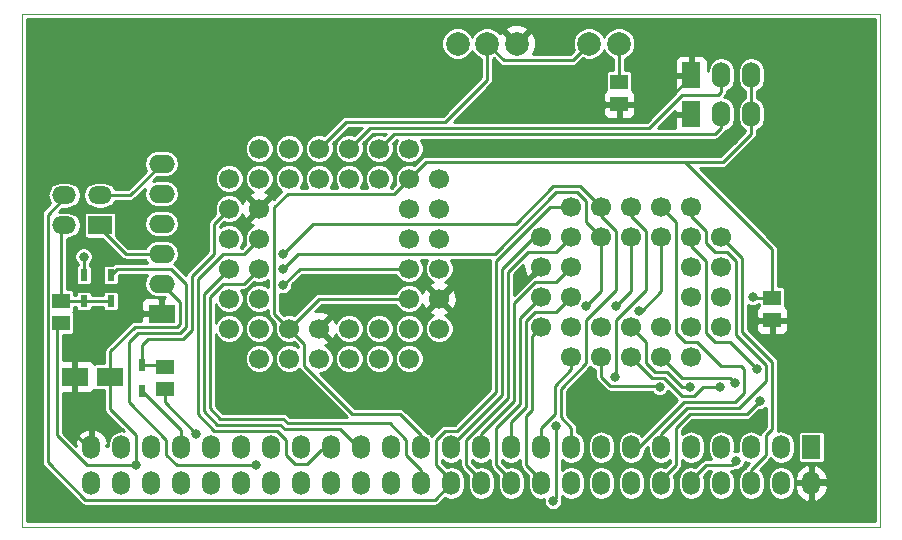
<source format=gtl>
G04 (created by PCBNEW (2013-07-20 BZR 4243)-testing) date 22/04/2014 10:38:31 PM*
%MOIN*%
G04 Gerber Fmt 3.4, Leading zero omitted, Abs format*
%FSLAX34Y34*%
G01*
G70*
G90*
G04 APERTURE LIST*
%ADD10C,0.005906*%
%ADD11C,0.003937*%
%ADD12R,0.086600X0.063000*%
%ADD13R,0.060000X0.078700*%
%ADD14O,0.060000X0.078700*%
%ADD15R,0.059000X0.051200*%
%ADD16C,0.066900*%
%ADD17R,0.023600X0.039400*%
%ADD18C,0.078700*%
%ADD19R,0.060000X0.086600*%
%ADD20O,0.060000X0.086600*%
%ADD21R,0.078700X0.060000*%
%ADD22O,0.078700X0.060000*%
%ADD23R,0.086600X0.060000*%
%ADD24O,0.086600X0.060000*%
%ADD25C,0.031496*%
%ADD26C,0.010000*%
G04 APERTURE END LIST*
G54D10*
G54D11*
X0Y0D02*
X28600Y0D01*
X28600Y-17100D02*
X0Y-17100D01*
X0Y-17100D02*
X0Y0D01*
X28600Y0D02*
X28600Y-17100D01*
G54D12*
X2941Y-12100D03*
X1759Y-12100D03*
G54D13*
X26300Y-14452D03*
G54D14*
X26300Y-15648D03*
X25300Y-14453D03*
X25300Y-15648D03*
X24300Y-14453D03*
X24300Y-15648D03*
X23300Y-14453D03*
X23300Y-15648D03*
X22300Y-14453D03*
X22300Y-15648D03*
X21300Y-14453D03*
X21300Y-15648D03*
X20300Y-14453D03*
X20300Y-15648D03*
X19300Y-14453D03*
X19300Y-15648D03*
X18300Y-14453D03*
X18300Y-15648D03*
X17300Y-14453D03*
X17300Y-15648D03*
X16300Y-14453D03*
X16300Y-15648D03*
X15300Y-14453D03*
X15300Y-15648D03*
X14300Y-14453D03*
X14300Y-15648D03*
X13300Y-14453D03*
X13300Y-15648D03*
X12300Y-14453D03*
X12300Y-15648D03*
X11300Y-14453D03*
X11300Y-15648D03*
X10300Y-14453D03*
X10300Y-15648D03*
X9300Y-14453D03*
X9300Y-15648D03*
X8300Y-14453D03*
X8300Y-15648D03*
X7300Y-14453D03*
X7300Y-15648D03*
X6300Y-14453D03*
X6300Y-15648D03*
X5300Y-14453D03*
X5300Y-15648D03*
X4300Y-14453D03*
X4300Y-15648D03*
X3300Y-14453D03*
X3300Y-15648D03*
X2300Y-14453D03*
X2300Y-15648D03*
G54D15*
X4750Y-12525D03*
X4750Y-11775D03*
X19900Y-3025D03*
X19900Y-2275D03*
G54D16*
X23300Y-8450D03*
X22300Y-9450D03*
X22300Y-8450D03*
X23300Y-7450D03*
X22300Y-6450D03*
X22300Y-7450D03*
X21300Y-6450D03*
X21300Y-7450D03*
X20300Y-6450D03*
X20300Y-7450D03*
X19300Y-6450D03*
X19300Y-7450D03*
X18300Y-6450D03*
X17300Y-7450D03*
X18300Y-7450D03*
X17300Y-8450D03*
X18300Y-8450D03*
X17300Y-9450D03*
X18300Y-9450D03*
X17300Y-10450D03*
X18300Y-11450D03*
X18300Y-10450D03*
X19300Y-11450D03*
X19300Y-10450D03*
X20300Y-11450D03*
X20300Y-10450D03*
X21300Y-11450D03*
X23300Y-9450D03*
X21300Y-10450D03*
X22300Y-11450D03*
X23300Y-10450D03*
X22300Y-10450D03*
G54D15*
X25000Y-9475D03*
X25000Y-10225D03*
G54D17*
X4000Y-12583D03*
X4000Y-11717D03*
G54D18*
X16484Y-1000D03*
X15500Y-1000D03*
X14516Y-1000D03*
G54D19*
X22300Y-2050D03*
G54D20*
X23300Y-2050D03*
X24300Y-2050D03*
G54D19*
X22300Y-3350D03*
G54D20*
X23300Y-3350D03*
X24300Y-3350D03*
G54D16*
X9900Y-4500D03*
X10900Y-5500D03*
X9900Y-5500D03*
X8900Y-4500D03*
X8900Y-5500D03*
X7900Y-4500D03*
X6900Y-5500D03*
X7900Y-5500D03*
X6900Y-6500D03*
X7900Y-6500D03*
X6900Y-7500D03*
X7900Y-7500D03*
X6900Y-8500D03*
X7900Y-8500D03*
X6900Y-9500D03*
X7900Y-9500D03*
X6900Y-10500D03*
X7900Y-11500D03*
X7900Y-10500D03*
X8900Y-11500D03*
X8900Y-10500D03*
X9900Y-11500D03*
X9900Y-10500D03*
X10900Y-11500D03*
X10900Y-10500D03*
X11900Y-11500D03*
X11900Y-10500D03*
X12900Y-9500D03*
X12900Y-11500D03*
X13900Y-10500D03*
X12900Y-10500D03*
X13900Y-9500D03*
X13900Y-8500D03*
X12900Y-8500D03*
X13900Y-7500D03*
X12900Y-7500D03*
X13900Y-6500D03*
X12900Y-6500D03*
X13900Y-5500D03*
X12900Y-4500D03*
X12900Y-5500D03*
X11900Y-4500D03*
X11900Y-5500D03*
X10900Y-4500D03*
G54D17*
X2050Y-9583D03*
X2050Y-8717D03*
X2950Y-9583D03*
X2950Y-8717D03*
G54D21*
X2598Y-7050D03*
G54D22*
X1402Y-7050D03*
X2598Y-6050D03*
X1402Y-6050D03*
G54D15*
X1300Y-10325D03*
X1300Y-9575D03*
G54D18*
X18900Y-1000D03*
X19900Y-1000D03*
G54D23*
X4650Y-10000D03*
G54D24*
X4650Y-9000D03*
X4650Y-8000D03*
X4650Y-7000D03*
X4650Y-6000D03*
X4650Y-5000D03*
G54D25*
X8700Y-8500D03*
X18800Y-9750D03*
X8700Y-8000D03*
X21250Y-12450D03*
X23250Y-12450D03*
X17800Y-13750D03*
X17700Y-16250D03*
X19800Y-9750D03*
X19750Y-12100D03*
X20550Y-9900D03*
X24600Y-12900D03*
X24500Y-11850D03*
X23800Y-14900D03*
X23750Y-12300D03*
X22250Y-12450D03*
X2050Y-8100D03*
X7800Y-15050D03*
X8700Y-9050D03*
X18350Y-12950D03*
X7300Y-12850D03*
X16500Y-1950D03*
X15050Y-8450D03*
X3800Y-15050D03*
X5800Y-14000D03*
X24350Y-9450D03*
G54D26*
X9200Y-8000D02*
X15750Y-8000D01*
X8700Y-8500D02*
X9200Y-8000D01*
X19300Y-7450D02*
X18800Y-6950D01*
X18800Y-6950D02*
X18800Y-6250D01*
X18800Y-6250D02*
X18500Y-5950D01*
X18500Y-5950D02*
X17800Y-5950D01*
X17800Y-5950D02*
X15750Y-8000D01*
X19300Y-9250D02*
X19300Y-7450D01*
X18800Y-9750D02*
X19300Y-9250D01*
X18300Y-14550D02*
X18300Y-13800D01*
X19300Y-6750D02*
X19800Y-7250D01*
X19800Y-7250D02*
X19800Y-9200D01*
X19800Y-9200D02*
X18800Y-10200D01*
X18800Y-10200D02*
X18800Y-11650D01*
X19300Y-6750D02*
X19300Y-6450D01*
X17950Y-12500D02*
X18800Y-11650D01*
X17950Y-13450D02*
X17950Y-12500D01*
X18300Y-13800D02*
X17950Y-13450D01*
X9700Y-7000D02*
X16450Y-7000D01*
X8700Y-8000D02*
X9700Y-7000D01*
X19300Y-6450D02*
X18600Y-5750D01*
X18600Y-5750D02*
X17700Y-5750D01*
X17700Y-5750D02*
X16450Y-7000D01*
X21250Y-12450D02*
X21200Y-12400D01*
X19300Y-11450D02*
X19300Y-12100D01*
X19600Y-12400D02*
X21200Y-12400D01*
X19300Y-12100D02*
X19600Y-12400D01*
X21000Y-12150D02*
X21400Y-12150D01*
X21400Y-12150D02*
X22000Y-12750D01*
X22000Y-12750D02*
X22400Y-12750D01*
X22400Y-12750D02*
X22700Y-12450D01*
X22700Y-12450D02*
X23250Y-12450D01*
X21000Y-12150D02*
X20300Y-11450D01*
X24800Y-14050D02*
X25000Y-13850D01*
X25000Y-13850D02*
X25000Y-11600D01*
X24800Y-14700D02*
X24800Y-14050D01*
X24000Y-8150D02*
X23300Y-7450D01*
X25000Y-11600D02*
X24000Y-10600D01*
X24000Y-10600D02*
X24000Y-8150D01*
X24300Y-15550D02*
X24300Y-15200D01*
X24300Y-15200D02*
X24800Y-14700D01*
X17800Y-16150D02*
X17800Y-13750D01*
X17700Y-16250D02*
X17800Y-16150D01*
X20300Y-7450D02*
X20300Y-9250D01*
X20300Y-9250D02*
X19800Y-9750D01*
X20300Y-6450D02*
X20300Y-6750D01*
X19800Y-12050D02*
X19750Y-12100D01*
X19800Y-10200D02*
X19800Y-12050D01*
X20800Y-9200D02*
X19800Y-10200D01*
X20800Y-7250D02*
X20800Y-9200D01*
X20300Y-6750D02*
X20800Y-7250D01*
X21300Y-9250D02*
X20650Y-9900D01*
X21300Y-7450D02*
X21300Y-9250D01*
X20650Y-9900D02*
X20550Y-9900D01*
X21300Y-6450D02*
X21800Y-6950D01*
X20450Y-14550D02*
X20300Y-14550D01*
X23750Y-12950D02*
X22050Y-12950D01*
X22050Y-12950D02*
X20450Y-14550D01*
X24050Y-12650D02*
X23750Y-12950D01*
X24050Y-11850D02*
X24050Y-12650D01*
X23950Y-11750D02*
X24050Y-11850D01*
X23300Y-11750D02*
X23950Y-11750D01*
X22500Y-10950D02*
X23300Y-11750D01*
X22100Y-10950D02*
X22500Y-10950D01*
X21800Y-10650D02*
X22100Y-10950D01*
X21800Y-6950D02*
X21800Y-10650D01*
X23100Y-10950D02*
X23600Y-10950D01*
X23600Y-10950D02*
X24500Y-11850D01*
X21300Y-15550D02*
X21800Y-15050D01*
X21800Y-13800D02*
X22250Y-13350D01*
X22250Y-13350D02*
X24150Y-13350D01*
X24150Y-13350D02*
X24600Y-12900D01*
X21800Y-15050D02*
X21800Y-13800D01*
X22800Y-8250D02*
X22800Y-10650D01*
X22800Y-10650D02*
X23100Y-10950D01*
X22300Y-7750D02*
X22800Y-8250D01*
X22300Y-7750D02*
X22300Y-7450D01*
X23800Y-8250D02*
X23500Y-7950D01*
X21300Y-14550D02*
X21300Y-14000D01*
X23800Y-10700D02*
X23800Y-8250D01*
X24800Y-11700D02*
X23800Y-10700D01*
X24800Y-12250D02*
X24800Y-11700D01*
X23900Y-13150D02*
X24800Y-12250D01*
X22150Y-13150D02*
X23900Y-13150D01*
X21300Y-14000D02*
X22150Y-13150D01*
X22300Y-6750D02*
X22800Y-7250D01*
X22300Y-6450D02*
X22300Y-6750D01*
X23100Y-7950D02*
X23500Y-7950D01*
X22800Y-7650D02*
X23100Y-7950D01*
X22800Y-7250D02*
X22800Y-7650D01*
X22800Y-15050D02*
X23650Y-15050D01*
X23650Y-15050D02*
X23800Y-14900D01*
X22300Y-15550D02*
X22800Y-15050D01*
X22000Y-12150D02*
X21300Y-11450D01*
X23750Y-12300D02*
X23600Y-12150D01*
X23600Y-12150D02*
X22000Y-12150D01*
X20800Y-11650D02*
X20800Y-10950D01*
X20800Y-10950D02*
X20300Y-10450D01*
X21500Y-11950D02*
X21100Y-11950D01*
X21100Y-11950D02*
X20800Y-11650D01*
X22000Y-12450D02*
X22250Y-12450D01*
X21500Y-11950D02*
X22000Y-12450D01*
X2100Y-16200D02*
X850Y-14950D01*
X14300Y-15650D02*
X13750Y-16200D01*
X13750Y-16200D02*
X2100Y-16200D01*
X14300Y-15550D02*
X14300Y-15650D01*
X850Y-6700D02*
X1500Y-6050D01*
X850Y-14950D02*
X850Y-6700D01*
X14300Y-15550D02*
X13800Y-15050D01*
X13800Y-14200D02*
X14100Y-13900D01*
X13800Y-15050D02*
X13800Y-14200D01*
X14500Y-13900D02*
X15800Y-12600D01*
X14100Y-13900D02*
X14500Y-13900D01*
X15800Y-12600D02*
X15800Y-8250D01*
X15800Y-8250D02*
X17600Y-6450D01*
X18300Y-6450D02*
X17600Y-6450D01*
X14300Y-14400D02*
X16000Y-12700D01*
X16000Y-12700D02*
X16000Y-8500D01*
X14300Y-14550D02*
X14300Y-14400D01*
X17050Y-7450D02*
X17300Y-7450D01*
X16000Y-8500D02*
X17050Y-7450D01*
X15300Y-15550D02*
X14800Y-15050D01*
X14800Y-15050D02*
X14800Y-14200D01*
X14800Y-14200D02*
X16200Y-12800D01*
X16200Y-12800D02*
X16200Y-8600D01*
X17800Y-7950D02*
X18300Y-7450D01*
X16200Y-8600D02*
X16850Y-7950D01*
X16850Y-7950D02*
X17800Y-7950D01*
X15300Y-14550D02*
X15300Y-14000D01*
X16400Y-12900D02*
X16400Y-9650D01*
X15300Y-14000D02*
X16400Y-12900D01*
X17800Y-8950D02*
X18300Y-8450D01*
X16400Y-9650D02*
X17100Y-8950D01*
X17100Y-8950D02*
X17800Y-8950D01*
X16300Y-15550D02*
X15800Y-15050D01*
X15800Y-15050D02*
X15800Y-13800D01*
X16600Y-13000D02*
X16600Y-10150D01*
X15800Y-13800D02*
X16600Y-13000D01*
X16600Y-10150D02*
X17300Y-9450D01*
X16300Y-14550D02*
X16300Y-13600D01*
X16800Y-13100D02*
X16800Y-10250D01*
X16300Y-13600D02*
X16800Y-13100D01*
X17800Y-9950D02*
X18300Y-9450D01*
X16800Y-10250D02*
X17100Y-9950D01*
X17100Y-9950D02*
X17800Y-9950D01*
X17300Y-15550D02*
X16800Y-15050D01*
X16800Y-15050D02*
X16800Y-13400D01*
X16800Y-13400D02*
X17000Y-13200D01*
X17000Y-13200D02*
X17000Y-10750D01*
X17000Y-10750D02*
X17300Y-10450D01*
X17300Y-14550D02*
X17300Y-13800D01*
X18300Y-11850D02*
X18300Y-11450D01*
X17750Y-12400D02*
X18300Y-11850D01*
X17750Y-13350D02*
X17750Y-12400D01*
X17300Y-13800D02*
X17750Y-13350D01*
X11600Y-3800D02*
X20900Y-3800D01*
X10900Y-4500D02*
X11600Y-3800D01*
X23300Y-2600D02*
X23300Y-2050D01*
X23200Y-2700D02*
X23300Y-2600D01*
X22000Y-2700D02*
X23200Y-2700D01*
X20900Y-3800D02*
X22000Y-2700D01*
X12400Y-4000D02*
X23100Y-4000D01*
X11900Y-4500D02*
X12400Y-4000D01*
X23300Y-3800D02*
X23300Y-3350D01*
X23100Y-4000D02*
X23300Y-3800D01*
X4000Y-11717D02*
X4000Y-11050D01*
X5650Y-8750D02*
X6400Y-8000D01*
X5650Y-10550D02*
X5650Y-8750D01*
X5350Y-10850D02*
X5650Y-10550D01*
X4200Y-10850D02*
X5350Y-10850D01*
X4000Y-11050D02*
X4200Y-10850D01*
X4000Y-11717D02*
X4692Y-11717D01*
X4692Y-11717D02*
X4750Y-11775D01*
X6400Y-7000D02*
X6900Y-6500D01*
X6400Y-8000D02*
X6400Y-7000D01*
X8600Y-13700D02*
X6500Y-13700D01*
X6050Y-9350D02*
X6900Y-8500D01*
X6050Y-13250D02*
X6050Y-9350D01*
X6500Y-13700D02*
X6050Y-13250D01*
X10600Y-13850D02*
X8750Y-13850D01*
X8750Y-13850D02*
X8600Y-13700D01*
X11300Y-14550D02*
X10600Y-13850D01*
X2050Y-8717D02*
X2050Y-8100D01*
X8700Y-13500D02*
X6600Y-13500D01*
X6700Y-9000D02*
X7400Y-9000D01*
X6250Y-9450D02*
X6700Y-9000D01*
X6250Y-13150D02*
X6250Y-9450D01*
X6600Y-13500D02*
X6250Y-13150D01*
X12250Y-13650D02*
X8850Y-13650D01*
X8850Y-13650D02*
X8700Y-13500D01*
X7400Y-9000D02*
X7900Y-8500D01*
X13300Y-15550D02*
X13300Y-15200D01*
X12800Y-14200D02*
X12250Y-13650D01*
X12800Y-14700D02*
X12800Y-14200D01*
X13300Y-15200D02*
X12800Y-14700D01*
X3167Y-8500D02*
X4950Y-8500D01*
X4950Y-8500D02*
X5450Y-9000D01*
X3550Y-10950D02*
X3550Y-12950D01*
X3850Y-10650D02*
X3550Y-10950D01*
X5250Y-10650D02*
X3850Y-10650D01*
X5450Y-10450D02*
X5250Y-10650D01*
X5450Y-9000D02*
X5450Y-10450D01*
X2950Y-8717D02*
X3167Y-8500D01*
X4800Y-14200D02*
X3550Y-12950D01*
X4800Y-14700D02*
X4800Y-14200D01*
X5150Y-15050D02*
X4800Y-14700D01*
X7800Y-15050D02*
X5150Y-15050D01*
X9900Y-4500D02*
X10800Y-3600D01*
X15500Y-2200D02*
X15500Y-1000D01*
X14100Y-3600D02*
X15500Y-2200D01*
X10800Y-3600D02*
X14100Y-3600D01*
X18900Y-1000D02*
X18350Y-1550D01*
X16050Y-1550D02*
X15500Y-1000D01*
X18350Y-1550D02*
X16050Y-1550D01*
X12900Y-8500D02*
X9250Y-8500D01*
X9250Y-8500D02*
X8700Y-9050D01*
X5854Y-8845D02*
X5854Y-13354D01*
X5854Y-13354D02*
X6400Y-13900D01*
X8500Y-13900D02*
X6400Y-13900D01*
X9950Y-14550D02*
X9500Y-15000D01*
X9500Y-15000D02*
X9100Y-15000D01*
X9100Y-15000D02*
X8800Y-14700D01*
X10300Y-14550D02*
X9950Y-14550D01*
X8800Y-14200D02*
X8500Y-13900D01*
X8800Y-14700D02*
X8800Y-14200D01*
X5854Y-8845D02*
X6700Y-8000D01*
X7900Y-7500D02*
X7400Y-8000D01*
X7400Y-8000D02*
X6700Y-8000D01*
X26300Y-15550D02*
X26300Y-16350D01*
X26300Y-16350D02*
X26100Y-16550D01*
X26100Y-16550D02*
X19200Y-16550D01*
X19200Y-16550D02*
X18800Y-16150D01*
X18800Y-16150D02*
X18800Y-13400D01*
X18800Y-13400D02*
X18350Y-12950D01*
X26300Y-15550D02*
X27050Y-15550D01*
X27350Y-13550D02*
X25000Y-11200D01*
X27350Y-15250D02*
X27350Y-13550D01*
X27050Y-15550D02*
X27350Y-15250D01*
X2900Y-10000D02*
X4650Y-10000D01*
X2300Y-14550D02*
X1759Y-14009D01*
X19900Y-3025D02*
X17575Y-3025D01*
X17575Y-3025D02*
X16500Y-1950D01*
X19900Y-3025D02*
X21375Y-3025D01*
X22300Y-2100D02*
X22300Y-2050D01*
X21375Y-3025D02*
X22300Y-2100D01*
X13900Y-9500D02*
X13400Y-10000D01*
X10400Y-11000D02*
X9900Y-10500D01*
X13250Y-11000D02*
X10400Y-11000D01*
X13400Y-10850D02*
X13250Y-11000D01*
X13400Y-10000D02*
X13400Y-10850D01*
X13900Y-9500D02*
X14000Y-9500D01*
X14000Y-9500D02*
X15050Y-8450D01*
X25000Y-10225D02*
X25000Y-11200D01*
X1759Y-12100D02*
X1759Y-11141D01*
X1759Y-11141D02*
X2900Y-10000D01*
X1759Y-14009D02*
X1759Y-12100D01*
X1750Y-12091D02*
X1759Y-12100D01*
X4000Y-12583D02*
X5300Y-13883D01*
X5300Y-13883D02*
X5300Y-14550D01*
X4650Y-8000D02*
X3450Y-8000D01*
X3450Y-8000D02*
X2500Y-7050D01*
X1300Y-9575D02*
X1300Y-7250D01*
X1300Y-7250D02*
X1500Y-7050D01*
X2950Y-9583D02*
X2050Y-9583D01*
X2050Y-9583D02*
X2042Y-9575D01*
X2042Y-9575D02*
X1300Y-9575D01*
X2500Y-6050D02*
X3600Y-6050D01*
X3600Y-6050D02*
X4650Y-5000D01*
X19900Y-2275D02*
X19900Y-1000D01*
X3800Y-15050D02*
X3800Y-14050D01*
X3800Y-14050D02*
X2941Y-13191D01*
X2941Y-13191D02*
X2941Y-12100D01*
X1300Y-10325D02*
X1150Y-10475D01*
X1150Y-10475D02*
X1150Y-14050D01*
X1150Y-14050D02*
X2150Y-15050D01*
X2150Y-15050D02*
X3800Y-15050D01*
X2941Y-12100D02*
X2941Y-11259D01*
X3750Y-10450D02*
X5150Y-10450D01*
X5150Y-10450D02*
X5250Y-10350D01*
X5250Y-10350D02*
X5250Y-9600D01*
X5250Y-9600D02*
X4650Y-9000D01*
X2941Y-11259D02*
X3750Y-10450D01*
X5800Y-14000D02*
X4750Y-12950D01*
X4750Y-12950D02*
X4750Y-12525D01*
X22100Y-4950D02*
X23350Y-4950D01*
X24300Y-4000D02*
X24300Y-3350D01*
X23350Y-4950D02*
X24300Y-4000D01*
X24300Y-2050D02*
X24300Y-3350D01*
X8900Y-10500D02*
X9900Y-9500D01*
X9900Y-9500D02*
X12900Y-9500D01*
X8400Y-6450D02*
X8400Y-10000D01*
X8850Y-6000D02*
X12400Y-6000D01*
X8400Y-6450D02*
X8850Y-6000D01*
X8400Y-10000D02*
X8900Y-10500D01*
X12900Y-5500D02*
X12400Y-6000D01*
X24375Y-9475D02*
X25000Y-9475D01*
X24350Y-9450D02*
X24375Y-9475D01*
X12900Y-5500D02*
X13450Y-4950D01*
X25000Y-7850D02*
X25000Y-9475D01*
X22100Y-4950D02*
X25000Y-7850D01*
X13450Y-4950D02*
X22100Y-4950D01*
X8900Y-10500D02*
X9400Y-11000D01*
X13300Y-14050D02*
X13300Y-14550D01*
X12600Y-13350D02*
X13300Y-14050D01*
X11000Y-13350D02*
X12600Y-13350D01*
X9400Y-11750D02*
X11000Y-13350D01*
X9400Y-11000D02*
X9400Y-11750D01*
G54D10*
G36*
X10817Y-13450D02*
X8932Y-13450D01*
X8841Y-13358D01*
X8776Y-13315D01*
X8700Y-13300D01*
X8384Y-13300D01*
X8384Y-11404D01*
X8384Y-10404D01*
X8310Y-10225D01*
X8174Y-10089D01*
X7996Y-10015D01*
X7804Y-10015D01*
X7625Y-10089D01*
X7489Y-10225D01*
X7415Y-10403D01*
X7415Y-10595D01*
X7489Y-10774D01*
X7625Y-10910D01*
X7803Y-10984D01*
X7995Y-10984D01*
X8174Y-10910D01*
X8310Y-10774D01*
X8384Y-10596D01*
X8384Y-10404D01*
X8384Y-11404D01*
X8310Y-11225D01*
X8174Y-11089D01*
X7996Y-11015D01*
X7804Y-11015D01*
X7625Y-11089D01*
X7489Y-11225D01*
X7415Y-11403D01*
X7415Y-11595D01*
X7489Y-11774D01*
X7625Y-11910D01*
X7803Y-11984D01*
X7995Y-11984D01*
X8174Y-11910D01*
X8310Y-11774D01*
X8384Y-11596D01*
X8384Y-11404D01*
X8384Y-13300D01*
X6682Y-13300D01*
X6450Y-13067D01*
X6450Y-10679D01*
X6489Y-10774D01*
X6625Y-10910D01*
X6803Y-10984D01*
X6995Y-10984D01*
X7174Y-10910D01*
X7310Y-10774D01*
X7384Y-10596D01*
X7384Y-10404D01*
X7310Y-10225D01*
X7174Y-10089D01*
X6996Y-10015D01*
X6804Y-10015D01*
X6625Y-10089D01*
X6489Y-10225D01*
X6450Y-10320D01*
X6450Y-9679D01*
X6489Y-9774D01*
X6625Y-9910D01*
X6803Y-9984D01*
X6995Y-9984D01*
X7174Y-9910D01*
X7310Y-9774D01*
X7384Y-9596D01*
X7384Y-9404D01*
X7310Y-9225D01*
X7285Y-9200D01*
X7400Y-9200D01*
X7476Y-9184D01*
X7541Y-9141D01*
X7729Y-8953D01*
X7803Y-8984D01*
X7995Y-8984D01*
X8174Y-8910D01*
X8200Y-8885D01*
X8200Y-9114D01*
X8174Y-9089D01*
X7996Y-9015D01*
X7804Y-9015D01*
X7625Y-9089D01*
X7489Y-9225D01*
X7415Y-9403D01*
X7415Y-9595D01*
X7489Y-9774D01*
X7625Y-9910D01*
X7803Y-9984D01*
X7995Y-9984D01*
X8174Y-9910D01*
X8200Y-9885D01*
X8200Y-10000D01*
X8215Y-10076D01*
X8258Y-10141D01*
X8446Y-10329D01*
X8415Y-10403D01*
X8415Y-10595D01*
X8489Y-10774D01*
X8625Y-10910D01*
X8803Y-10984D01*
X8995Y-10984D01*
X9070Y-10953D01*
X9200Y-11082D01*
X9200Y-11114D01*
X9174Y-11089D01*
X8996Y-11015D01*
X8804Y-11015D01*
X8625Y-11089D01*
X8489Y-11225D01*
X8415Y-11403D01*
X8415Y-11595D01*
X8489Y-11774D01*
X8625Y-11910D01*
X8803Y-11984D01*
X8995Y-11984D01*
X9174Y-11910D01*
X9232Y-11852D01*
X9258Y-11891D01*
X10817Y-13450D01*
X10817Y-13450D01*
G37*
G54D26*
X10817Y-13450D02*
X8932Y-13450D01*
X8841Y-13358D01*
X8776Y-13315D01*
X8700Y-13300D01*
X8384Y-13300D01*
X8384Y-11404D01*
X8384Y-10404D01*
X8310Y-10225D01*
X8174Y-10089D01*
X7996Y-10015D01*
X7804Y-10015D01*
X7625Y-10089D01*
X7489Y-10225D01*
X7415Y-10403D01*
X7415Y-10595D01*
X7489Y-10774D01*
X7625Y-10910D01*
X7803Y-10984D01*
X7995Y-10984D01*
X8174Y-10910D01*
X8310Y-10774D01*
X8384Y-10596D01*
X8384Y-10404D01*
X8384Y-11404D01*
X8310Y-11225D01*
X8174Y-11089D01*
X7996Y-11015D01*
X7804Y-11015D01*
X7625Y-11089D01*
X7489Y-11225D01*
X7415Y-11403D01*
X7415Y-11595D01*
X7489Y-11774D01*
X7625Y-11910D01*
X7803Y-11984D01*
X7995Y-11984D01*
X8174Y-11910D01*
X8310Y-11774D01*
X8384Y-11596D01*
X8384Y-11404D01*
X8384Y-13300D01*
X6682Y-13300D01*
X6450Y-13067D01*
X6450Y-10679D01*
X6489Y-10774D01*
X6625Y-10910D01*
X6803Y-10984D01*
X6995Y-10984D01*
X7174Y-10910D01*
X7310Y-10774D01*
X7384Y-10596D01*
X7384Y-10404D01*
X7310Y-10225D01*
X7174Y-10089D01*
X6996Y-10015D01*
X6804Y-10015D01*
X6625Y-10089D01*
X6489Y-10225D01*
X6450Y-10320D01*
X6450Y-9679D01*
X6489Y-9774D01*
X6625Y-9910D01*
X6803Y-9984D01*
X6995Y-9984D01*
X7174Y-9910D01*
X7310Y-9774D01*
X7384Y-9596D01*
X7384Y-9404D01*
X7310Y-9225D01*
X7285Y-9200D01*
X7400Y-9200D01*
X7476Y-9184D01*
X7541Y-9141D01*
X7729Y-8953D01*
X7803Y-8984D01*
X7995Y-8984D01*
X8174Y-8910D01*
X8200Y-8885D01*
X8200Y-9114D01*
X8174Y-9089D01*
X7996Y-9015D01*
X7804Y-9015D01*
X7625Y-9089D01*
X7489Y-9225D01*
X7415Y-9403D01*
X7415Y-9595D01*
X7489Y-9774D01*
X7625Y-9910D01*
X7803Y-9984D01*
X7995Y-9984D01*
X8174Y-9910D01*
X8200Y-9885D01*
X8200Y-10000D01*
X8215Y-10076D01*
X8258Y-10141D01*
X8446Y-10329D01*
X8415Y-10403D01*
X8415Y-10595D01*
X8489Y-10774D01*
X8625Y-10910D01*
X8803Y-10984D01*
X8995Y-10984D01*
X9070Y-10953D01*
X9200Y-11082D01*
X9200Y-11114D01*
X9174Y-11089D01*
X8996Y-11015D01*
X8804Y-11015D01*
X8625Y-11089D01*
X8489Y-11225D01*
X8415Y-11403D01*
X8415Y-11595D01*
X8489Y-11774D01*
X8625Y-11910D01*
X8803Y-11984D01*
X8995Y-11984D01*
X9174Y-11910D01*
X9232Y-11852D01*
X9258Y-11891D01*
X10817Y-13450D01*
G54D10*
G36*
X15609Y-8200D02*
X15600Y-8250D01*
X15600Y-12517D01*
X14489Y-13628D01*
X14489Y-9590D01*
X14478Y-9357D01*
X14409Y-9191D01*
X14310Y-9159D01*
X13970Y-9500D01*
X14310Y-9840D01*
X14409Y-9808D01*
X14489Y-9590D01*
X14489Y-13628D01*
X14417Y-13700D01*
X14384Y-13700D01*
X14384Y-10404D01*
X14310Y-10225D01*
X14174Y-10089D01*
X14095Y-10056D01*
X14208Y-10009D01*
X14240Y-9910D01*
X13900Y-9570D01*
X13559Y-9910D01*
X13591Y-10009D01*
X13711Y-10053D01*
X13625Y-10089D01*
X13489Y-10225D01*
X13415Y-10403D01*
X13415Y-10595D01*
X13489Y-10774D01*
X13625Y-10910D01*
X13803Y-10984D01*
X13995Y-10984D01*
X14174Y-10910D01*
X14310Y-10774D01*
X14384Y-10596D01*
X14384Y-10404D01*
X14384Y-13700D01*
X14100Y-13700D01*
X14023Y-13715D01*
X13958Y-13758D01*
X13658Y-14058D01*
X13647Y-14074D01*
X13618Y-14030D01*
X13472Y-13933D01*
X13455Y-13929D01*
X13441Y-13908D01*
X13384Y-13851D01*
X13384Y-11404D01*
X13384Y-10404D01*
X13310Y-10225D01*
X13174Y-10089D01*
X12996Y-10015D01*
X12804Y-10015D01*
X12625Y-10089D01*
X12489Y-10225D01*
X12415Y-10403D01*
X12415Y-10595D01*
X12489Y-10774D01*
X12625Y-10910D01*
X12803Y-10984D01*
X12995Y-10984D01*
X13174Y-10910D01*
X13310Y-10774D01*
X13384Y-10596D01*
X13384Y-10404D01*
X13384Y-11404D01*
X13310Y-11225D01*
X13174Y-11089D01*
X12996Y-11015D01*
X12804Y-11015D01*
X12625Y-11089D01*
X12489Y-11225D01*
X12415Y-11403D01*
X12415Y-11595D01*
X12489Y-11774D01*
X12625Y-11910D01*
X12803Y-11984D01*
X12995Y-11984D01*
X13174Y-11910D01*
X13310Y-11774D01*
X13384Y-11596D01*
X13384Y-11404D01*
X13384Y-13851D01*
X12741Y-13208D01*
X12676Y-13165D01*
X12600Y-13150D01*
X12384Y-13150D01*
X12384Y-11404D01*
X12384Y-10404D01*
X12310Y-10225D01*
X12174Y-10089D01*
X11996Y-10015D01*
X11804Y-10015D01*
X11625Y-10089D01*
X11489Y-10225D01*
X11415Y-10403D01*
X11415Y-10595D01*
X11489Y-10774D01*
X11625Y-10910D01*
X11803Y-10984D01*
X11995Y-10984D01*
X12174Y-10910D01*
X12310Y-10774D01*
X12384Y-10596D01*
X12384Y-10404D01*
X12384Y-11404D01*
X12310Y-11225D01*
X12174Y-11089D01*
X11996Y-11015D01*
X11804Y-11015D01*
X11625Y-11089D01*
X11489Y-11225D01*
X11415Y-11403D01*
X11415Y-11595D01*
X11489Y-11774D01*
X11625Y-11910D01*
X11803Y-11984D01*
X11995Y-11984D01*
X12174Y-11910D01*
X12310Y-11774D01*
X12384Y-11596D01*
X12384Y-11404D01*
X12384Y-13150D01*
X11384Y-13150D01*
X11384Y-11404D01*
X11384Y-10404D01*
X11310Y-10225D01*
X11174Y-10089D01*
X10996Y-10015D01*
X10804Y-10015D01*
X10625Y-10089D01*
X10489Y-10225D01*
X10456Y-10304D01*
X10409Y-10191D01*
X10310Y-10159D01*
X9970Y-10500D01*
X10310Y-10840D01*
X10409Y-10808D01*
X10453Y-10688D01*
X10489Y-10774D01*
X10625Y-10910D01*
X10803Y-10984D01*
X10995Y-10984D01*
X11174Y-10910D01*
X11310Y-10774D01*
X11384Y-10596D01*
X11384Y-10404D01*
X11384Y-11404D01*
X11310Y-11225D01*
X11174Y-11089D01*
X10996Y-11015D01*
X10804Y-11015D01*
X10625Y-11089D01*
X10489Y-11225D01*
X10415Y-11403D01*
X10415Y-11595D01*
X10489Y-11774D01*
X10625Y-11910D01*
X10803Y-11984D01*
X10995Y-11984D01*
X11174Y-11910D01*
X11310Y-11774D01*
X11384Y-11596D01*
X11384Y-11404D01*
X11384Y-13150D01*
X11082Y-13150D01*
X9917Y-11984D01*
X9995Y-11984D01*
X10174Y-11910D01*
X10310Y-11774D01*
X10384Y-11596D01*
X10384Y-11404D01*
X10310Y-11225D01*
X10174Y-11089D01*
X10095Y-11056D01*
X10208Y-11009D01*
X10240Y-10910D01*
X9900Y-10570D01*
X9894Y-10576D01*
X9823Y-10505D01*
X9829Y-10500D01*
X9823Y-10494D01*
X9894Y-10423D01*
X9900Y-10429D01*
X10240Y-10089D01*
X10208Y-9990D01*
X9990Y-9910D01*
X9761Y-9921D01*
X9982Y-9700D01*
X12458Y-9700D01*
X12489Y-9774D01*
X12625Y-9910D01*
X12803Y-9984D01*
X12995Y-9984D01*
X13174Y-9910D01*
X13310Y-9774D01*
X13343Y-9695D01*
X13390Y-9808D01*
X13489Y-9840D01*
X13829Y-9500D01*
X13489Y-9159D01*
X13390Y-9191D01*
X13346Y-9311D01*
X13310Y-9225D01*
X13174Y-9089D01*
X12996Y-9015D01*
X12804Y-9015D01*
X12625Y-9089D01*
X12489Y-9225D01*
X12458Y-9300D01*
X9900Y-9300D01*
X9823Y-9315D01*
X9801Y-9329D01*
X9758Y-9358D01*
X9070Y-10046D01*
X8996Y-10015D01*
X8804Y-10015D01*
X8729Y-10046D01*
X8600Y-9917D01*
X8600Y-9341D01*
X8638Y-9357D01*
X8760Y-9357D01*
X8873Y-9310D01*
X8960Y-9224D01*
X9007Y-9111D01*
X9007Y-9025D01*
X9332Y-8700D01*
X12458Y-8700D01*
X12489Y-8774D01*
X12625Y-8910D01*
X12803Y-8984D01*
X12995Y-8984D01*
X13174Y-8910D01*
X13310Y-8774D01*
X13384Y-8596D01*
X13384Y-8404D01*
X13310Y-8225D01*
X13285Y-8200D01*
X13514Y-8200D01*
X13489Y-8225D01*
X13415Y-8403D01*
X13415Y-8595D01*
X13489Y-8774D01*
X13625Y-8910D01*
X13704Y-8943D01*
X13591Y-8990D01*
X13559Y-9089D01*
X13900Y-9429D01*
X14240Y-9089D01*
X14208Y-8990D01*
X14088Y-8946D01*
X14174Y-8910D01*
X14310Y-8774D01*
X14384Y-8596D01*
X14384Y-8404D01*
X14310Y-8225D01*
X14285Y-8200D01*
X15609Y-8200D01*
X15609Y-8200D01*
G37*
G54D26*
X15609Y-8200D02*
X15600Y-8250D01*
X15600Y-12517D01*
X14489Y-13628D01*
X14489Y-9590D01*
X14478Y-9357D01*
X14409Y-9191D01*
X14310Y-9159D01*
X13970Y-9500D01*
X14310Y-9840D01*
X14409Y-9808D01*
X14489Y-9590D01*
X14489Y-13628D01*
X14417Y-13700D01*
X14384Y-13700D01*
X14384Y-10404D01*
X14310Y-10225D01*
X14174Y-10089D01*
X14095Y-10056D01*
X14208Y-10009D01*
X14240Y-9910D01*
X13900Y-9570D01*
X13559Y-9910D01*
X13591Y-10009D01*
X13711Y-10053D01*
X13625Y-10089D01*
X13489Y-10225D01*
X13415Y-10403D01*
X13415Y-10595D01*
X13489Y-10774D01*
X13625Y-10910D01*
X13803Y-10984D01*
X13995Y-10984D01*
X14174Y-10910D01*
X14310Y-10774D01*
X14384Y-10596D01*
X14384Y-10404D01*
X14384Y-13700D01*
X14100Y-13700D01*
X14023Y-13715D01*
X13958Y-13758D01*
X13658Y-14058D01*
X13647Y-14074D01*
X13618Y-14030D01*
X13472Y-13933D01*
X13455Y-13929D01*
X13441Y-13908D01*
X13384Y-13851D01*
X13384Y-11404D01*
X13384Y-10404D01*
X13310Y-10225D01*
X13174Y-10089D01*
X12996Y-10015D01*
X12804Y-10015D01*
X12625Y-10089D01*
X12489Y-10225D01*
X12415Y-10403D01*
X12415Y-10595D01*
X12489Y-10774D01*
X12625Y-10910D01*
X12803Y-10984D01*
X12995Y-10984D01*
X13174Y-10910D01*
X13310Y-10774D01*
X13384Y-10596D01*
X13384Y-10404D01*
X13384Y-11404D01*
X13310Y-11225D01*
X13174Y-11089D01*
X12996Y-11015D01*
X12804Y-11015D01*
X12625Y-11089D01*
X12489Y-11225D01*
X12415Y-11403D01*
X12415Y-11595D01*
X12489Y-11774D01*
X12625Y-11910D01*
X12803Y-11984D01*
X12995Y-11984D01*
X13174Y-11910D01*
X13310Y-11774D01*
X13384Y-11596D01*
X13384Y-11404D01*
X13384Y-13851D01*
X12741Y-13208D01*
X12676Y-13165D01*
X12600Y-13150D01*
X12384Y-13150D01*
X12384Y-11404D01*
X12384Y-10404D01*
X12310Y-10225D01*
X12174Y-10089D01*
X11996Y-10015D01*
X11804Y-10015D01*
X11625Y-10089D01*
X11489Y-10225D01*
X11415Y-10403D01*
X11415Y-10595D01*
X11489Y-10774D01*
X11625Y-10910D01*
X11803Y-10984D01*
X11995Y-10984D01*
X12174Y-10910D01*
X12310Y-10774D01*
X12384Y-10596D01*
X12384Y-10404D01*
X12384Y-11404D01*
X12310Y-11225D01*
X12174Y-11089D01*
X11996Y-11015D01*
X11804Y-11015D01*
X11625Y-11089D01*
X11489Y-11225D01*
X11415Y-11403D01*
X11415Y-11595D01*
X11489Y-11774D01*
X11625Y-11910D01*
X11803Y-11984D01*
X11995Y-11984D01*
X12174Y-11910D01*
X12310Y-11774D01*
X12384Y-11596D01*
X12384Y-11404D01*
X12384Y-13150D01*
X11384Y-13150D01*
X11384Y-11404D01*
X11384Y-10404D01*
X11310Y-10225D01*
X11174Y-10089D01*
X10996Y-10015D01*
X10804Y-10015D01*
X10625Y-10089D01*
X10489Y-10225D01*
X10456Y-10304D01*
X10409Y-10191D01*
X10310Y-10159D01*
X9970Y-10500D01*
X10310Y-10840D01*
X10409Y-10808D01*
X10453Y-10688D01*
X10489Y-10774D01*
X10625Y-10910D01*
X10803Y-10984D01*
X10995Y-10984D01*
X11174Y-10910D01*
X11310Y-10774D01*
X11384Y-10596D01*
X11384Y-10404D01*
X11384Y-11404D01*
X11310Y-11225D01*
X11174Y-11089D01*
X10996Y-11015D01*
X10804Y-11015D01*
X10625Y-11089D01*
X10489Y-11225D01*
X10415Y-11403D01*
X10415Y-11595D01*
X10489Y-11774D01*
X10625Y-11910D01*
X10803Y-11984D01*
X10995Y-11984D01*
X11174Y-11910D01*
X11310Y-11774D01*
X11384Y-11596D01*
X11384Y-11404D01*
X11384Y-13150D01*
X11082Y-13150D01*
X9917Y-11984D01*
X9995Y-11984D01*
X10174Y-11910D01*
X10310Y-11774D01*
X10384Y-11596D01*
X10384Y-11404D01*
X10310Y-11225D01*
X10174Y-11089D01*
X10095Y-11056D01*
X10208Y-11009D01*
X10240Y-10910D01*
X9900Y-10570D01*
X9894Y-10576D01*
X9823Y-10505D01*
X9829Y-10500D01*
X9823Y-10494D01*
X9894Y-10423D01*
X9900Y-10429D01*
X10240Y-10089D01*
X10208Y-9990D01*
X9990Y-9910D01*
X9761Y-9921D01*
X9982Y-9700D01*
X12458Y-9700D01*
X12489Y-9774D01*
X12625Y-9910D01*
X12803Y-9984D01*
X12995Y-9984D01*
X13174Y-9910D01*
X13310Y-9774D01*
X13343Y-9695D01*
X13390Y-9808D01*
X13489Y-9840D01*
X13829Y-9500D01*
X13489Y-9159D01*
X13390Y-9191D01*
X13346Y-9311D01*
X13310Y-9225D01*
X13174Y-9089D01*
X12996Y-9015D01*
X12804Y-9015D01*
X12625Y-9089D01*
X12489Y-9225D01*
X12458Y-9300D01*
X9900Y-9300D01*
X9823Y-9315D01*
X9801Y-9329D01*
X9758Y-9358D01*
X9070Y-10046D01*
X8996Y-10015D01*
X8804Y-10015D01*
X8729Y-10046D01*
X8600Y-9917D01*
X8600Y-9341D01*
X8638Y-9357D01*
X8760Y-9357D01*
X8873Y-9310D01*
X8960Y-9224D01*
X9007Y-9111D01*
X9007Y-9025D01*
X9332Y-8700D01*
X12458Y-8700D01*
X12489Y-8774D01*
X12625Y-8910D01*
X12803Y-8984D01*
X12995Y-8984D01*
X13174Y-8910D01*
X13310Y-8774D01*
X13384Y-8596D01*
X13384Y-8404D01*
X13310Y-8225D01*
X13285Y-8200D01*
X13514Y-8200D01*
X13489Y-8225D01*
X13415Y-8403D01*
X13415Y-8595D01*
X13489Y-8774D01*
X13625Y-8910D01*
X13704Y-8943D01*
X13591Y-8990D01*
X13559Y-9089D01*
X13900Y-9429D01*
X14240Y-9089D01*
X14208Y-8990D01*
X14088Y-8946D01*
X14174Y-8910D01*
X14310Y-8774D01*
X14384Y-8596D01*
X14384Y-8404D01*
X14310Y-8225D01*
X14285Y-8200D01*
X15609Y-8200D01*
G54D10*
G36*
X17376Y-8455D02*
X17305Y-8526D01*
X17300Y-8520D01*
X17063Y-8757D01*
X17023Y-8765D01*
X16958Y-8808D01*
X16400Y-9367D01*
X16400Y-8682D01*
X16711Y-8371D01*
X16721Y-8592D01*
X16790Y-8758D01*
X16889Y-8790D01*
X17229Y-8450D01*
X17223Y-8444D01*
X17294Y-8373D01*
X17300Y-8379D01*
X17305Y-8373D01*
X17376Y-8444D01*
X17370Y-8450D01*
X17376Y-8455D01*
X17376Y-8455D01*
G37*
G54D26*
X17376Y-8455D02*
X17305Y-8526D01*
X17300Y-8520D01*
X17063Y-8757D01*
X17023Y-8765D01*
X16958Y-8808D01*
X16400Y-9367D01*
X16400Y-8682D01*
X16711Y-8371D01*
X16721Y-8592D01*
X16790Y-8758D01*
X16889Y-8790D01*
X17229Y-8450D01*
X17223Y-8444D01*
X17294Y-8373D01*
X17300Y-8379D01*
X17305Y-8373D01*
X17376Y-8444D01*
X17370Y-8450D01*
X17376Y-8455D01*
G54D10*
G36*
X22357Y-3400D02*
X22350Y-3400D01*
X22350Y-3407D01*
X22250Y-3407D01*
X22250Y-3400D01*
X21812Y-3400D01*
X21750Y-3462D01*
X21750Y-3733D01*
X21750Y-3800D01*
X21182Y-3800D01*
X21750Y-3232D01*
X21750Y-3237D01*
X21812Y-3300D01*
X22250Y-3300D01*
X22250Y-3292D01*
X22350Y-3292D01*
X22350Y-3300D01*
X22357Y-3300D01*
X22357Y-3400D01*
X22357Y-3400D01*
G37*
G54D26*
X22357Y-3400D02*
X22350Y-3400D01*
X22350Y-3407D01*
X22250Y-3407D01*
X22250Y-3400D01*
X21812Y-3400D01*
X21750Y-3462D01*
X21750Y-3733D01*
X21750Y-3800D01*
X21182Y-3800D01*
X21750Y-3232D01*
X21750Y-3237D01*
X21812Y-3300D01*
X22250Y-3300D01*
X22250Y-3292D01*
X22350Y-3292D01*
X22350Y-3300D01*
X22357Y-3300D01*
X22357Y-3400D01*
G54D10*
G36*
X28430Y-16930D02*
X26851Y-16930D01*
X26851Y-15784D01*
X26851Y-15511D01*
X26793Y-15303D01*
X26750Y-15248D01*
X26750Y-14875D01*
X26750Y-14815D01*
X26750Y-14028D01*
X26727Y-13973D01*
X26684Y-13931D01*
X26629Y-13908D01*
X26570Y-13908D01*
X25970Y-13908D01*
X25915Y-13931D01*
X25872Y-13973D01*
X25850Y-14028D01*
X25850Y-14088D01*
X25850Y-14875D01*
X25872Y-14930D01*
X25915Y-14972D01*
X25970Y-14995D01*
X26029Y-14995D01*
X26629Y-14995D01*
X26684Y-14972D01*
X26727Y-14930D01*
X26750Y-14875D01*
X26750Y-15248D01*
X26659Y-15133D01*
X26471Y-15027D01*
X26435Y-15021D01*
X26350Y-15069D01*
X26350Y-15598D01*
X26789Y-15598D01*
X26851Y-15511D01*
X26851Y-15784D01*
X26789Y-15698D01*
X26350Y-15698D01*
X26350Y-16226D01*
X26435Y-16274D01*
X26471Y-16268D01*
X26659Y-16162D01*
X26793Y-15992D01*
X26851Y-15784D01*
X26851Y-16930D01*
X26250Y-16930D01*
X26250Y-16226D01*
X26250Y-15698D01*
X26250Y-15598D01*
X26250Y-15069D01*
X26164Y-15021D01*
X26128Y-15027D01*
X25940Y-15133D01*
X25806Y-15303D01*
X25750Y-15504D01*
X25750Y-14557D01*
X25750Y-14348D01*
X25715Y-14176D01*
X25618Y-14030D01*
X25545Y-13981D01*
X25545Y-10530D01*
X25545Y-10337D01*
X25482Y-10275D01*
X25050Y-10275D01*
X25050Y-10668D01*
X25112Y-10731D01*
X25245Y-10731D01*
X25344Y-10731D01*
X25436Y-10692D01*
X25506Y-10622D01*
X25545Y-10530D01*
X25545Y-13981D01*
X25472Y-13933D01*
X25300Y-13898D01*
X25185Y-13921D01*
X25199Y-13850D01*
X25200Y-13850D01*
X25200Y-11600D01*
X25184Y-11523D01*
X25184Y-11523D01*
X25170Y-11501D01*
X25141Y-11458D01*
X25141Y-11458D01*
X24950Y-11267D01*
X24950Y-10668D01*
X24950Y-10275D01*
X24517Y-10275D01*
X24455Y-10337D01*
X24455Y-10530D01*
X24493Y-10622D01*
X24563Y-10692D01*
X24655Y-10731D01*
X24754Y-10731D01*
X24887Y-10731D01*
X24950Y-10668D01*
X24950Y-11267D01*
X24200Y-10517D01*
X24200Y-9720D01*
X24288Y-9757D01*
X24410Y-9757D01*
X24523Y-9710D01*
X24555Y-9679D01*
X24555Y-9760D01*
X24556Y-9764D01*
X24493Y-9827D01*
X24455Y-9919D01*
X24455Y-10112D01*
X24517Y-10175D01*
X24950Y-10175D01*
X24950Y-10167D01*
X25050Y-10167D01*
X25050Y-10175D01*
X25482Y-10175D01*
X25545Y-10112D01*
X25545Y-9919D01*
X25506Y-9827D01*
X25443Y-9764D01*
X25445Y-9760D01*
X25445Y-9701D01*
X25445Y-9189D01*
X25422Y-9134D01*
X25379Y-9091D01*
X25324Y-9069D01*
X25265Y-9069D01*
X25200Y-9069D01*
X25200Y-7850D01*
X25184Y-7773D01*
X25184Y-7773D01*
X25141Y-7708D01*
X22582Y-5150D01*
X23350Y-5150D01*
X23426Y-5134D01*
X23491Y-5091D01*
X24441Y-4141D01*
X24484Y-4076D01*
X24484Y-4076D01*
X24487Y-4063D01*
X24499Y-4000D01*
X24500Y-4000D01*
X24500Y-3891D01*
X24618Y-3812D01*
X24715Y-3666D01*
X24750Y-3494D01*
X24750Y-3205D01*
X24715Y-3033D01*
X24618Y-2887D01*
X24500Y-2808D01*
X24500Y-2591D01*
X24618Y-2512D01*
X24715Y-2366D01*
X24750Y-2194D01*
X24750Y-1905D01*
X24715Y-1733D01*
X24618Y-1587D01*
X24472Y-1489D01*
X24300Y-1455D01*
X24127Y-1489D01*
X23981Y-1587D01*
X23884Y-1733D01*
X23850Y-1905D01*
X23850Y-2194D01*
X23884Y-2366D01*
X23981Y-2512D01*
X24100Y-2591D01*
X24100Y-2808D01*
X23981Y-2887D01*
X23884Y-3033D01*
X23850Y-3205D01*
X23850Y-3494D01*
X23884Y-3666D01*
X23981Y-3812D01*
X24100Y-3891D01*
X24100Y-3917D01*
X23750Y-4267D01*
X23750Y-3494D01*
X23750Y-3205D01*
X23715Y-3033D01*
X23618Y-2887D01*
X23472Y-2789D01*
X23406Y-2776D01*
X23441Y-2741D01*
X23484Y-2676D01*
X23484Y-2676D01*
X23487Y-2663D01*
X23499Y-2600D01*
X23500Y-2600D01*
X23500Y-2591D01*
X23618Y-2512D01*
X23715Y-2366D01*
X23750Y-2194D01*
X23750Y-1905D01*
X23715Y-1733D01*
X23618Y-1587D01*
X23472Y-1489D01*
X23300Y-1455D01*
X23127Y-1489D01*
X22981Y-1587D01*
X22884Y-1733D01*
X22850Y-1905D01*
X22850Y-1666D01*
X22850Y-1567D01*
X22811Y-1475D01*
X22741Y-1405D01*
X22649Y-1367D01*
X22412Y-1367D01*
X22350Y-1429D01*
X22350Y-2000D01*
X22357Y-2000D01*
X22357Y-2100D01*
X22350Y-2100D01*
X22350Y-2107D01*
X22250Y-2107D01*
X22250Y-2100D01*
X22250Y-2000D01*
X22250Y-1429D01*
X22187Y-1367D01*
X21950Y-1367D01*
X21858Y-1405D01*
X21788Y-1475D01*
X21750Y-1567D01*
X21750Y-1666D01*
X21750Y-1937D01*
X21812Y-2000D01*
X22250Y-2000D01*
X22250Y-2100D01*
X21812Y-2100D01*
X21750Y-2162D01*
X21750Y-2433D01*
X21750Y-2532D01*
X21788Y-2624D01*
X21790Y-2626D01*
X20817Y-3600D01*
X20445Y-3600D01*
X20445Y-3330D01*
X20445Y-3137D01*
X20382Y-3075D01*
X19950Y-3075D01*
X19950Y-3468D01*
X20012Y-3531D01*
X20145Y-3531D01*
X20244Y-3531D01*
X20336Y-3492D01*
X20406Y-3422D01*
X20445Y-3330D01*
X20445Y-3600D01*
X19850Y-3600D01*
X19850Y-3468D01*
X19850Y-3075D01*
X19417Y-3075D01*
X19355Y-3137D01*
X19355Y-3330D01*
X19393Y-3422D01*
X19463Y-3492D01*
X19555Y-3531D01*
X19654Y-3531D01*
X19787Y-3531D01*
X19850Y-3468D01*
X19850Y-3600D01*
X14382Y-3600D01*
X15641Y-2341D01*
X15641Y-2341D01*
X15684Y-2276D01*
X15684Y-2276D01*
X15687Y-2263D01*
X15699Y-2200D01*
X15700Y-2200D01*
X15700Y-1505D01*
X15715Y-1498D01*
X15908Y-1691D01*
X15973Y-1734D01*
X15973Y-1734D01*
X15986Y-1737D01*
X16050Y-1750D01*
X18350Y-1750D01*
X18426Y-1734D01*
X18491Y-1691D01*
X18684Y-1498D01*
X18791Y-1543D01*
X19007Y-1543D01*
X19207Y-1461D01*
X19360Y-1308D01*
X19399Y-1213D01*
X19438Y-1307D01*
X19591Y-1460D01*
X19700Y-1505D01*
X19700Y-1869D01*
X19575Y-1869D01*
X19520Y-1891D01*
X19477Y-1934D01*
X19455Y-1989D01*
X19455Y-2048D01*
X19455Y-2560D01*
X19456Y-2564D01*
X19393Y-2627D01*
X19355Y-2719D01*
X19355Y-2912D01*
X19417Y-2975D01*
X19850Y-2975D01*
X19850Y-2967D01*
X19950Y-2967D01*
X19950Y-2975D01*
X20382Y-2975D01*
X20445Y-2912D01*
X20445Y-2719D01*
X20406Y-2627D01*
X20343Y-2564D01*
X20345Y-2560D01*
X20345Y-2501D01*
X20345Y-1989D01*
X20322Y-1934D01*
X20279Y-1891D01*
X20224Y-1869D01*
X20165Y-1869D01*
X20100Y-1869D01*
X20100Y-1505D01*
X20207Y-1461D01*
X20360Y-1308D01*
X20443Y-1108D01*
X20443Y-892D01*
X20361Y-692D01*
X20208Y-539D01*
X20008Y-456D01*
X19792Y-456D01*
X19592Y-538D01*
X19439Y-691D01*
X19400Y-786D01*
X19361Y-692D01*
X19208Y-539D01*
X19008Y-456D01*
X18792Y-456D01*
X18592Y-538D01*
X18439Y-691D01*
X18356Y-891D01*
X18356Y-1107D01*
X18401Y-1215D01*
X18267Y-1350D01*
X17026Y-1350D01*
X17042Y-1344D01*
X17131Y-1104D01*
X17122Y-848D01*
X17042Y-655D01*
X16937Y-617D01*
X16866Y-687D01*
X16866Y-546D01*
X16828Y-441D01*
X16588Y-352D01*
X16332Y-361D01*
X16139Y-441D01*
X16101Y-546D01*
X16484Y-929D01*
X16866Y-546D01*
X16866Y-687D01*
X16554Y-1000D01*
X16560Y-1005D01*
X16489Y-1076D01*
X16484Y-1070D01*
X16478Y-1076D01*
X16407Y-1005D01*
X16413Y-1000D01*
X16030Y-617D01*
X15925Y-655D01*
X15925Y-656D01*
X15808Y-539D01*
X15608Y-456D01*
X15392Y-456D01*
X15192Y-538D01*
X15039Y-691D01*
X15008Y-767D01*
X14977Y-692D01*
X14824Y-539D01*
X14624Y-456D01*
X14408Y-456D01*
X14208Y-538D01*
X14055Y-691D01*
X13972Y-891D01*
X13972Y-1107D01*
X14054Y-1307D01*
X14207Y-1460D01*
X14407Y-1543D01*
X14623Y-1543D01*
X14823Y-1461D01*
X14976Y-1308D01*
X15007Y-1232D01*
X15038Y-1307D01*
X15191Y-1460D01*
X15300Y-1505D01*
X15300Y-2117D01*
X14017Y-3400D01*
X10800Y-3400D01*
X10723Y-3415D01*
X10658Y-3458D01*
X10070Y-4046D01*
X9996Y-4015D01*
X9804Y-4015D01*
X9625Y-4089D01*
X9489Y-4225D01*
X9415Y-4403D01*
X9415Y-4595D01*
X9489Y-4774D01*
X9625Y-4910D01*
X9803Y-4984D01*
X9995Y-4984D01*
X10174Y-4910D01*
X10310Y-4774D01*
X10384Y-4596D01*
X10384Y-4404D01*
X10353Y-4329D01*
X10882Y-3800D01*
X11317Y-3800D01*
X11070Y-4046D01*
X10996Y-4015D01*
X10804Y-4015D01*
X10625Y-4089D01*
X10489Y-4225D01*
X10415Y-4403D01*
X10415Y-4595D01*
X10489Y-4774D01*
X10625Y-4910D01*
X10803Y-4984D01*
X10995Y-4984D01*
X11174Y-4910D01*
X11310Y-4774D01*
X11384Y-4596D01*
X11384Y-4404D01*
X11353Y-4329D01*
X11682Y-4000D01*
X12117Y-4000D01*
X12070Y-4046D01*
X11996Y-4015D01*
X11804Y-4015D01*
X11625Y-4089D01*
X11489Y-4225D01*
X11415Y-4403D01*
X11415Y-4595D01*
X11489Y-4774D01*
X11625Y-4910D01*
X11803Y-4984D01*
X11995Y-4984D01*
X12174Y-4910D01*
X12310Y-4774D01*
X12384Y-4596D01*
X12384Y-4404D01*
X12353Y-4329D01*
X12482Y-4200D01*
X12514Y-4200D01*
X12489Y-4225D01*
X12415Y-4403D01*
X12415Y-4595D01*
X12489Y-4774D01*
X12625Y-4910D01*
X12803Y-4984D01*
X12995Y-4984D01*
X13174Y-4910D01*
X13310Y-4774D01*
X13384Y-4596D01*
X13384Y-4404D01*
X13310Y-4225D01*
X13285Y-4200D01*
X23100Y-4200D01*
X23176Y-4184D01*
X23241Y-4141D01*
X23441Y-3941D01*
X23441Y-3941D01*
X23460Y-3912D01*
X23472Y-3910D01*
X23618Y-3812D01*
X23715Y-3666D01*
X23750Y-3494D01*
X23750Y-4267D01*
X23267Y-4750D01*
X22100Y-4750D01*
X13450Y-4750D01*
X13386Y-4762D01*
X13373Y-4765D01*
X13308Y-4808D01*
X13070Y-5046D01*
X12996Y-5015D01*
X12804Y-5015D01*
X12625Y-5089D01*
X12489Y-5225D01*
X12415Y-5403D01*
X12415Y-5595D01*
X12446Y-5670D01*
X12317Y-5800D01*
X12285Y-5800D01*
X12310Y-5774D01*
X12384Y-5596D01*
X12384Y-5404D01*
X12310Y-5225D01*
X12174Y-5089D01*
X11996Y-5015D01*
X11804Y-5015D01*
X11625Y-5089D01*
X11489Y-5225D01*
X11415Y-5403D01*
X11415Y-5595D01*
X11489Y-5774D01*
X11514Y-5800D01*
X11285Y-5800D01*
X11310Y-5774D01*
X11384Y-5596D01*
X11384Y-5404D01*
X11310Y-5225D01*
X11174Y-5089D01*
X10996Y-5015D01*
X10804Y-5015D01*
X10625Y-5089D01*
X10489Y-5225D01*
X10415Y-5403D01*
X10415Y-5595D01*
X10489Y-5774D01*
X10514Y-5800D01*
X10285Y-5800D01*
X10310Y-5774D01*
X10384Y-5596D01*
X10384Y-5404D01*
X10310Y-5225D01*
X10174Y-5089D01*
X9996Y-5015D01*
X9804Y-5015D01*
X9625Y-5089D01*
X9489Y-5225D01*
X9415Y-5403D01*
X9415Y-5595D01*
X9489Y-5774D01*
X9514Y-5800D01*
X9285Y-5800D01*
X9310Y-5774D01*
X9384Y-5596D01*
X9384Y-5404D01*
X9384Y-4404D01*
X9310Y-4225D01*
X9174Y-4089D01*
X8996Y-4015D01*
X8804Y-4015D01*
X8625Y-4089D01*
X8489Y-4225D01*
X8415Y-4403D01*
X8415Y-4595D01*
X8489Y-4774D01*
X8625Y-4910D01*
X8803Y-4984D01*
X8995Y-4984D01*
X9174Y-4910D01*
X9310Y-4774D01*
X9384Y-4596D01*
X9384Y-4404D01*
X9384Y-5404D01*
X9310Y-5225D01*
X9174Y-5089D01*
X8996Y-5015D01*
X8804Y-5015D01*
X8625Y-5089D01*
X8489Y-5225D01*
X8415Y-5403D01*
X8415Y-5595D01*
X8489Y-5774D01*
X8625Y-5910D01*
X8647Y-5919D01*
X8384Y-6182D01*
X8384Y-5404D01*
X8384Y-4404D01*
X8310Y-4225D01*
X8174Y-4089D01*
X7996Y-4015D01*
X7804Y-4015D01*
X7625Y-4089D01*
X7489Y-4225D01*
X7415Y-4403D01*
X7415Y-4595D01*
X7489Y-4774D01*
X7625Y-4910D01*
X7803Y-4984D01*
X7995Y-4984D01*
X8174Y-4910D01*
X8310Y-4774D01*
X8384Y-4596D01*
X8384Y-4404D01*
X8384Y-5404D01*
X8310Y-5225D01*
X8174Y-5089D01*
X7996Y-5015D01*
X7804Y-5015D01*
X7625Y-5089D01*
X7489Y-5225D01*
X7415Y-5403D01*
X7415Y-5595D01*
X7489Y-5774D01*
X7625Y-5910D01*
X7704Y-5943D01*
X7591Y-5990D01*
X7559Y-6089D01*
X7900Y-6429D01*
X8240Y-6089D01*
X8208Y-5990D01*
X8088Y-5946D01*
X8174Y-5910D01*
X8310Y-5774D01*
X8384Y-5596D01*
X8384Y-5404D01*
X8384Y-6182D01*
X8384Y-6183D01*
X8310Y-6159D01*
X7970Y-6500D01*
X7976Y-6505D01*
X7905Y-6576D01*
X7900Y-6570D01*
X7559Y-6910D01*
X7591Y-7009D01*
X7711Y-7053D01*
X7625Y-7089D01*
X7489Y-7225D01*
X7415Y-7403D01*
X7415Y-7595D01*
X7446Y-7670D01*
X7317Y-7800D01*
X7285Y-7800D01*
X7310Y-7774D01*
X7384Y-7596D01*
X7384Y-7404D01*
X7310Y-7225D01*
X7174Y-7089D01*
X6996Y-7015D01*
X6804Y-7015D01*
X6625Y-7089D01*
X6600Y-7114D01*
X6600Y-7082D01*
X6729Y-6953D01*
X6803Y-6984D01*
X6995Y-6984D01*
X7174Y-6910D01*
X7310Y-6774D01*
X7343Y-6695D01*
X7390Y-6808D01*
X7489Y-6840D01*
X7829Y-6500D01*
X7489Y-6159D01*
X7390Y-6191D01*
X7384Y-6206D01*
X7384Y-5404D01*
X7310Y-5225D01*
X7174Y-5089D01*
X6996Y-5015D01*
X6804Y-5015D01*
X6625Y-5089D01*
X6489Y-5225D01*
X6415Y-5403D01*
X6415Y-5595D01*
X6489Y-5774D01*
X6625Y-5910D01*
X6803Y-5984D01*
X6995Y-5984D01*
X7174Y-5910D01*
X7310Y-5774D01*
X7384Y-5596D01*
X7384Y-5404D01*
X7384Y-6206D01*
X7346Y-6311D01*
X7310Y-6225D01*
X7174Y-6089D01*
X6996Y-6015D01*
X6804Y-6015D01*
X6625Y-6089D01*
X6489Y-6225D01*
X6415Y-6403D01*
X6415Y-6595D01*
X6446Y-6670D01*
X6258Y-6858D01*
X6215Y-6923D01*
X6200Y-7000D01*
X6200Y-7917D01*
X5508Y-8608D01*
X5465Y-8673D01*
X5455Y-8722D01*
X5091Y-8358D01*
X5071Y-8345D01*
X5112Y-8318D01*
X5210Y-8172D01*
X5244Y-8000D01*
X5244Y-7000D01*
X5244Y-6000D01*
X5210Y-5827D01*
X5112Y-5681D01*
X4966Y-5584D01*
X4794Y-5550D01*
X4505Y-5550D01*
X4352Y-5580D01*
X4486Y-5446D01*
X4505Y-5450D01*
X4794Y-5450D01*
X4966Y-5415D01*
X5112Y-5318D01*
X5210Y-5172D01*
X5244Y-5000D01*
X5210Y-4827D01*
X5112Y-4681D01*
X4966Y-4584D01*
X4794Y-4550D01*
X4505Y-4550D01*
X4333Y-4584D01*
X4187Y-4681D01*
X4089Y-4827D01*
X4055Y-5000D01*
X4089Y-5172D01*
X4131Y-5235D01*
X3517Y-5850D01*
X3099Y-5850D01*
X3020Y-5731D01*
X2874Y-5634D01*
X2702Y-5600D01*
X2493Y-5600D01*
X2321Y-5634D01*
X2175Y-5731D01*
X2078Y-5877D01*
X2043Y-6050D01*
X2078Y-6222D01*
X2175Y-6368D01*
X2321Y-6465D01*
X2493Y-6500D01*
X2702Y-6500D01*
X2874Y-6465D01*
X3020Y-6368D01*
X3099Y-6250D01*
X3600Y-6250D01*
X3676Y-6234D01*
X3741Y-6191D01*
X4086Y-5846D01*
X4055Y-6000D01*
X4089Y-6172D01*
X4187Y-6318D01*
X4333Y-6415D01*
X4505Y-6450D01*
X4794Y-6450D01*
X4966Y-6415D01*
X5112Y-6318D01*
X5210Y-6172D01*
X5244Y-6000D01*
X5244Y-7000D01*
X5210Y-6827D01*
X5112Y-6681D01*
X4966Y-6584D01*
X4794Y-6550D01*
X4505Y-6550D01*
X4333Y-6584D01*
X4187Y-6681D01*
X4089Y-6827D01*
X4055Y-7000D01*
X4089Y-7172D01*
X4187Y-7318D01*
X4333Y-7415D01*
X4505Y-7450D01*
X4794Y-7450D01*
X4966Y-7415D01*
X5112Y-7318D01*
X5210Y-7172D01*
X5244Y-7000D01*
X5244Y-8000D01*
X5210Y-7827D01*
X5112Y-7681D01*
X4966Y-7584D01*
X4794Y-7550D01*
X4505Y-7550D01*
X4333Y-7584D01*
X4187Y-7681D01*
X4108Y-7800D01*
X3532Y-7800D01*
X3133Y-7400D01*
X3141Y-7379D01*
X3141Y-7320D01*
X3141Y-6720D01*
X3118Y-6665D01*
X3076Y-6622D01*
X3021Y-6600D01*
X2961Y-6600D01*
X2174Y-6600D01*
X2119Y-6622D01*
X2077Y-6665D01*
X2054Y-6720D01*
X2054Y-6779D01*
X2054Y-7379D01*
X2077Y-7434D01*
X2119Y-7477D01*
X2174Y-7500D01*
X2234Y-7500D01*
X2667Y-7500D01*
X3308Y-8141D01*
X3373Y-8184D01*
X3373Y-8184D01*
X3386Y-8187D01*
X3450Y-8200D01*
X4108Y-8200D01*
X4175Y-8300D01*
X3167Y-8300D01*
X3103Y-8312D01*
X3090Y-8315D01*
X3025Y-8358D01*
X3014Y-8370D01*
X2802Y-8370D01*
X2747Y-8392D01*
X2704Y-8435D01*
X2682Y-8490D01*
X2682Y-8549D01*
X2682Y-8943D01*
X2704Y-8998D01*
X2747Y-9041D01*
X2802Y-9064D01*
X2861Y-9064D01*
X3097Y-9064D01*
X3152Y-9041D01*
X3195Y-8998D01*
X3218Y-8943D01*
X3218Y-8884D01*
X3218Y-8731D01*
X3249Y-8700D01*
X4175Y-8700D01*
X4089Y-8827D01*
X4055Y-9000D01*
X4089Y-9172D01*
X4187Y-9318D01*
X4333Y-9415D01*
X4505Y-9450D01*
X4266Y-9450D01*
X4167Y-9450D01*
X4075Y-9488D01*
X4005Y-9558D01*
X3967Y-9650D01*
X3967Y-9887D01*
X4029Y-9950D01*
X4600Y-9950D01*
X4600Y-9512D01*
X4537Y-9450D01*
X4762Y-9450D01*
X4700Y-9512D01*
X4700Y-9950D01*
X4707Y-9950D01*
X4707Y-10050D01*
X4700Y-10050D01*
X4700Y-10057D01*
X4600Y-10057D01*
X4600Y-10050D01*
X4029Y-10050D01*
X3967Y-10112D01*
X3967Y-10250D01*
X3750Y-10250D01*
X3673Y-10265D01*
X3608Y-10308D01*
X2799Y-11117D01*
X2756Y-11182D01*
X2741Y-11259D01*
X2741Y-11635D01*
X2478Y-11635D01*
X2423Y-11657D01*
X2413Y-11667D01*
X2403Y-11643D01*
X2333Y-11573D01*
X2241Y-11535D01*
X1871Y-11535D01*
X1809Y-11597D01*
X1809Y-12050D01*
X1816Y-12050D01*
X1816Y-12150D01*
X1809Y-12150D01*
X1809Y-12602D01*
X1871Y-12665D01*
X2241Y-12665D01*
X2333Y-12626D01*
X2403Y-12556D01*
X2413Y-12532D01*
X2423Y-12542D01*
X2478Y-12565D01*
X2537Y-12565D01*
X2741Y-12565D01*
X2741Y-13191D01*
X2756Y-13267D01*
X2799Y-13332D01*
X3382Y-13915D01*
X3300Y-13898D01*
X3127Y-13933D01*
X2981Y-14030D01*
X2884Y-14176D01*
X2851Y-14338D01*
X2850Y-14348D01*
X2850Y-14402D01*
X2789Y-14402D01*
X2851Y-14316D01*
X2793Y-14108D01*
X2659Y-13938D01*
X2471Y-13832D01*
X2435Y-13826D01*
X2350Y-13874D01*
X2350Y-14403D01*
X2357Y-14403D01*
X2357Y-14503D01*
X2350Y-14503D01*
X2350Y-14510D01*
X2250Y-14510D01*
X2250Y-14503D01*
X2242Y-14503D01*
X2242Y-14403D01*
X2250Y-14403D01*
X2250Y-13874D01*
X2164Y-13826D01*
X2128Y-13832D01*
X1940Y-13938D01*
X1806Y-14108D01*
X1748Y-14316D01*
X1810Y-14402D01*
X1785Y-14402D01*
X1350Y-13967D01*
X1350Y-12665D01*
X1646Y-12665D01*
X1709Y-12602D01*
X1709Y-12150D01*
X1701Y-12150D01*
X1701Y-12050D01*
X1709Y-12050D01*
X1709Y-11597D01*
X1646Y-11535D01*
X1350Y-11535D01*
X1350Y-10731D01*
X1624Y-10731D01*
X1679Y-10708D01*
X1722Y-10665D01*
X1745Y-10610D01*
X1745Y-10551D01*
X1745Y-10039D01*
X1722Y-9984D01*
X1688Y-9950D01*
X1722Y-9915D01*
X1745Y-9860D01*
X1745Y-9801D01*
X1745Y-9775D01*
X1782Y-9775D01*
X1782Y-9809D01*
X1804Y-9864D01*
X1847Y-9907D01*
X1902Y-9930D01*
X1961Y-9930D01*
X2197Y-9930D01*
X2252Y-9907D01*
X2295Y-9864D01*
X2318Y-9809D01*
X2318Y-9783D01*
X2682Y-9783D01*
X2682Y-9809D01*
X2704Y-9864D01*
X2747Y-9907D01*
X2802Y-9930D01*
X2861Y-9930D01*
X3097Y-9930D01*
X3152Y-9907D01*
X3195Y-9864D01*
X3218Y-9809D01*
X3218Y-9750D01*
X3218Y-9356D01*
X3195Y-9301D01*
X3152Y-9258D01*
X3097Y-9236D01*
X3038Y-9236D01*
X2802Y-9236D01*
X2747Y-9258D01*
X2704Y-9301D01*
X2682Y-9356D01*
X2682Y-9383D01*
X2357Y-9383D01*
X2357Y-8039D01*
X2310Y-7926D01*
X2224Y-7839D01*
X2111Y-7792D01*
X1989Y-7792D01*
X1876Y-7839D01*
X1789Y-7925D01*
X1742Y-8038D01*
X1742Y-8160D01*
X1789Y-8273D01*
X1850Y-8334D01*
X1850Y-8391D01*
X1847Y-8392D01*
X1804Y-8435D01*
X1782Y-8490D01*
X1782Y-8549D01*
X1782Y-8943D01*
X1804Y-8998D01*
X1847Y-9041D01*
X1902Y-9064D01*
X1961Y-9064D01*
X2197Y-9064D01*
X2252Y-9041D01*
X2295Y-8998D01*
X2318Y-8943D01*
X2318Y-8884D01*
X2318Y-8490D01*
X2295Y-8435D01*
X2252Y-8392D01*
X2250Y-8391D01*
X2250Y-8334D01*
X2310Y-8274D01*
X2357Y-8161D01*
X2357Y-8039D01*
X2357Y-9383D01*
X2318Y-9383D01*
X2318Y-9356D01*
X2295Y-9301D01*
X2252Y-9258D01*
X2197Y-9236D01*
X2138Y-9236D01*
X1902Y-9236D01*
X1847Y-9258D01*
X1804Y-9301D01*
X1782Y-9356D01*
X1782Y-9375D01*
X1745Y-9375D01*
X1745Y-9289D01*
X1722Y-9234D01*
X1679Y-9191D01*
X1624Y-9169D01*
X1565Y-9169D01*
X1500Y-9169D01*
X1500Y-7500D01*
X1506Y-7500D01*
X1678Y-7465D01*
X1824Y-7368D01*
X1921Y-7222D01*
X1956Y-7050D01*
X1921Y-6877D01*
X1824Y-6731D01*
X1678Y-6634D01*
X1506Y-6600D01*
X1297Y-6600D01*
X1216Y-6616D01*
X1332Y-6500D01*
X1506Y-6500D01*
X1678Y-6465D01*
X1824Y-6368D01*
X1921Y-6222D01*
X1956Y-6050D01*
X1921Y-5877D01*
X1824Y-5731D01*
X1678Y-5634D01*
X1506Y-5600D01*
X1297Y-5600D01*
X1125Y-5634D01*
X979Y-5731D01*
X882Y-5877D01*
X847Y-6050D01*
X882Y-6222D01*
X947Y-6319D01*
X708Y-6558D01*
X665Y-6623D01*
X650Y-6700D01*
X650Y-14950D01*
X665Y-15026D01*
X708Y-15091D01*
X1958Y-16341D01*
X2023Y-16384D01*
X2100Y-16400D01*
X13750Y-16400D01*
X13826Y-16384D01*
X13891Y-16341D01*
X14090Y-16142D01*
X14127Y-16167D01*
X14300Y-16202D01*
X14472Y-16167D01*
X14618Y-16070D01*
X14715Y-15924D01*
X14750Y-15752D01*
X14750Y-15543D01*
X14715Y-15371D01*
X14618Y-15225D01*
X14472Y-15128D01*
X14300Y-15093D01*
X14155Y-15122D01*
X14000Y-14967D01*
X14000Y-14887D01*
X14127Y-14972D01*
X14300Y-15007D01*
X14472Y-14972D01*
X14600Y-14887D01*
X14600Y-15050D01*
X14615Y-15126D01*
X14658Y-15191D01*
X14876Y-15409D01*
X14850Y-15543D01*
X14850Y-15752D01*
X14884Y-15924D01*
X14981Y-16070D01*
X15127Y-16167D01*
X15300Y-16202D01*
X15472Y-16167D01*
X15618Y-16070D01*
X15715Y-15924D01*
X15750Y-15752D01*
X15750Y-15543D01*
X15715Y-15371D01*
X15618Y-15225D01*
X15472Y-15128D01*
X15300Y-15093D01*
X15155Y-15122D01*
X15000Y-14967D01*
X15000Y-14887D01*
X15127Y-14972D01*
X15300Y-15007D01*
X15472Y-14972D01*
X15600Y-14887D01*
X15600Y-15050D01*
X15615Y-15126D01*
X15658Y-15191D01*
X15876Y-15409D01*
X15850Y-15543D01*
X15850Y-15752D01*
X15884Y-15924D01*
X15981Y-16070D01*
X16127Y-16167D01*
X16300Y-16202D01*
X16472Y-16167D01*
X16618Y-16070D01*
X16715Y-15924D01*
X16750Y-15752D01*
X16750Y-15543D01*
X16715Y-15371D01*
X16618Y-15225D01*
X16472Y-15128D01*
X16300Y-15093D01*
X16155Y-15122D01*
X16000Y-14967D01*
X16000Y-14887D01*
X16127Y-14972D01*
X16300Y-15007D01*
X16472Y-14972D01*
X16600Y-14887D01*
X16600Y-15050D01*
X16615Y-15126D01*
X16658Y-15191D01*
X16876Y-15409D01*
X16850Y-15543D01*
X16850Y-15752D01*
X16884Y-15924D01*
X16981Y-16070D01*
X17127Y-16167D01*
X17300Y-16202D01*
X17394Y-16183D01*
X17392Y-16188D01*
X17392Y-16310D01*
X17439Y-16423D01*
X17525Y-16510D01*
X17638Y-16557D01*
X17760Y-16557D01*
X17873Y-16510D01*
X17960Y-16424D01*
X18007Y-16311D01*
X18007Y-16189D01*
X17997Y-16164D01*
X17999Y-16150D01*
X18000Y-16150D01*
X18000Y-16082D01*
X18127Y-16167D01*
X18300Y-16202D01*
X18472Y-16167D01*
X18618Y-16070D01*
X18715Y-15924D01*
X18750Y-15752D01*
X18750Y-15543D01*
X18715Y-15371D01*
X18618Y-15225D01*
X18472Y-15128D01*
X18300Y-15093D01*
X18127Y-15128D01*
X18000Y-15213D01*
X18000Y-14887D01*
X18127Y-14972D01*
X18300Y-15007D01*
X18472Y-14972D01*
X18618Y-14875D01*
X18715Y-14729D01*
X18750Y-14557D01*
X18750Y-14348D01*
X18715Y-14176D01*
X18618Y-14030D01*
X18500Y-13951D01*
X18500Y-13800D01*
X18484Y-13723D01*
X18441Y-13658D01*
X18150Y-13367D01*
X18150Y-12582D01*
X18941Y-11791D01*
X18947Y-11782D01*
X19025Y-11860D01*
X19100Y-11891D01*
X19100Y-12100D01*
X19115Y-12176D01*
X19158Y-12241D01*
X19458Y-12541D01*
X19523Y-12584D01*
X19600Y-12600D01*
X20979Y-12600D01*
X20989Y-12623D01*
X21075Y-12710D01*
X21188Y-12757D01*
X21310Y-12757D01*
X21423Y-12710D01*
X21510Y-12624D01*
X21534Y-12567D01*
X21842Y-12875D01*
X20645Y-14071D01*
X20618Y-14030D01*
X20472Y-13933D01*
X20300Y-13898D01*
X20127Y-13933D01*
X19981Y-14030D01*
X19884Y-14176D01*
X19850Y-14348D01*
X19850Y-14557D01*
X19884Y-14729D01*
X19981Y-14875D01*
X20127Y-14972D01*
X20300Y-15007D01*
X20472Y-14972D01*
X20618Y-14875D01*
X20715Y-14729D01*
X20750Y-14557D01*
X20750Y-14532D01*
X20850Y-14432D01*
X20850Y-14557D01*
X20884Y-14729D01*
X20981Y-14875D01*
X21127Y-14972D01*
X21300Y-15007D01*
X21472Y-14972D01*
X21600Y-14887D01*
X21600Y-14967D01*
X21444Y-15122D01*
X21300Y-15093D01*
X21127Y-15128D01*
X20981Y-15225D01*
X20884Y-15371D01*
X20850Y-15543D01*
X20850Y-15752D01*
X20884Y-15924D01*
X20981Y-16070D01*
X21127Y-16167D01*
X21300Y-16202D01*
X21472Y-16167D01*
X21618Y-16070D01*
X21715Y-15924D01*
X21750Y-15752D01*
X21750Y-15543D01*
X21723Y-15409D01*
X21941Y-15191D01*
X21984Y-15126D01*
X21984Y-15126D01*
X21987Y-15113D01*
X21999Y-15050D01*
X22000Y-15050D01*
X22000Y-14887D01*
X22127Y-14972D01*
X22300Y-15007D01*
X22472Y-14972D01*
X22618Y-14875D01*
X22715Y-14729D01*
X22750Y-14557D01*
X22750Y-14348D01*
X22715Y-14176D01*
X22618Y-14030D01*
X22472Y-13933D01*
X22300Y-13898D01*
X22127Y-13933D01*
X22000Y-14018D01*
X22000Y-13882D01*
X22332Y-13550D01*
X24150Y-13550D01*
X24226Y-13534D01*
X24291Y-13491D01*
X24575Y-13207D01*
X24660Y-13207D01*
X24773Y-13160D01*
X24800Y-13134D01*
X24800Y-13767D01*
X24658Y-13908D01*
X24615Y-13973D01*
X24605Y-14022D01*
X24472Y-13933D01*
X24300Y-13898D01*
X24127Y-13933D01*
X23981Y-14030D01*
X23884Y-14176D01*
X23850Y-14348D01*
X23850Y-14557D01*
X23857Y-14592D01*
X23742Y-14592D01*
X23750Y-14557D01*
X23750Y-14348D01*
X23715Y-14176D01*
X23618Y-14030D01*
X23472Y-13933D01*
X23300Y-13898D01*
X23127Y-13933D01*
X22981Y-14030D01*
X22884Y-14176D01*
X22850Y-14348D01*
X22850Y-14557D01*
X22884Y-14729D01*
X22964Y-14850D01*
X22800Y-14850D01*
X22736Y-14862D01*
X22723Y-14865D01*
X22658Y-14908D01*
X22444Y-15122D01*
X22300Y-15093D01*
X22127Y-15128D01*
X21981Y-15225D01*
X21884Y-15371D01*
X21850Y-15543D01*
X21850Y-15752D01*
X21884Y-15924D01*
X21981Y-16070D01*
X22127Y-16167D01*
X22300Y-16202D01*
X22472Y-16167D01*
X22618Y-16070D01*
X22715Y-15924D01*
X22750Y-15752D01*
X22750Y-15543D01*
X22723Y-15409D01*
X22882Y-15250D01*
X22965Y-15250D01*
X22884Y-15371D01*
X22850Y-15543D01*
X22850Y-15752D01*
X22884Y-15924D01*
X22981Y-16070D01*
X23127Y-16167D01*
X23300Y-16202D01*
X23472Y-16167D01*
X23618Y-16070D01*
X23715Y-15924D01*
X23750Y-15752D01*
X23750Y-15543D01*
X23715Y-15371D01*
X23634Y-15250D01*
X23650Y-15250D01*
X23726Y-15234D01*
X23767Y-15207D01*
X23860Y-15207D01*
X23973Y-15160D01*
X24060Y-15074D01*
X24107Y-14961D01*
X24107Y-14959D01*
X24127Y-14972D01*
X24224Y-14992D01*
X24158Y-15058D01*
X24115Y-15123D01*
X24112Y-15138D01*
X23981Y-15225D01*
X23884Y-15371D01*
X23850Y-15543D01*
X23850Y-15752D01*
X23884Y-15924D01*
X23981Y-16070D01*
X24127Y-16167D01*
X24300Y-16202D01*
X24472Y-16167D01*
X24618Y-16070D01*
X24715Y-15924D01*
X24750Y-15752D01*
X24750Y-15543D01*
X24715Y-15371D01*
X24618Y-15225D01*
X24581Y-15201D01*
X24941Y-14841D01*
X24950Y-14828D01*
X24981Y-14875D01*
X25127Y-14972D01*
X25300Y-15007D01*
X25472Y-14972D01*
X25618Y-14875D01*
X25715Y-14729D01*
X25750Y-14557D01*
X25750Y-15504D01*
X25748Y-15511D01*
X25810Y-15598D01*
X26250Y-15598D01*
X26250Y-15698D01*
X25810Y-15698D01*
X25750Y-15782D01*
X25750Y-15752D01*
X25750Y-15543D01*
X25715Y-15371D01*
X25618Y-15225D01*
X25472Y-15128D01*
X25300Y-15093D01*
X25127Y-15128D01*
X24981Y-15225D01*
X24884Y-15371D01*
X24850Y-15543D01*
X24850Y-15752D01*
X24884Y-15924D01*
X24981Y-16070D01*
X25127Y-16167D01*
X25300Y-16202D01*
X25472Y-16167D01*
X25618Y-16070D01*
X25715Y-15924D01*
X25750Y-15752D01*
X25750Y-15782D01*
X25748Y-15784D01*
X25806Y-15992D01*
X25940Y-16162D01*
X26128Y-16268D01*
X26164Y-16274D01*
X26250Y-16226D01*
X26250Y-16930D01*
X20750Y-16930D01*
X20750Y-15752D01*
X20750Y-15543D01*
X20715Y-15371D01*
X20618Y-15225D01*
X20472Y-15128D01*
X20300Y-15093D01*
X20127Y-15128D01*
X19981Y-15225D01*
X19884Y-15371D01*
X19850Y-15543D01*
X19850Y-15752D01*
X19884Y-15924D01*
X19981Y-16070D01*
X20127Y-16167D01*
X20300Y-16202D01*
X20472Y-16167D01*
X20618Y-16070D01*
X20715Y-15924D01*
X20750Y-15752D01*
X20750Y-16930D01*
X19750Y-16930D01*
X19750Y-15752D01*
X19750Y-15543D01*
X19750Y-14557D01*
X19750Y-14348D01*
X19715Y-14176D01*
X19618Y-14030D01*
X19472Y-13933D01*
X19300Y-13898D01*
X19127Y-13933D01*
X18981Y-14030D01*
X18884Y-14176D01*
X18850Y-14348D01*
X18850Y-14557D01*
X18884Y-14729D01*
X18981Y-14875D01*
X19127Y-14972D01*
X19300Y-15007D01*
X19472Y-14972D01*
X19618Y-14875D01*
X19715Y-14729D01*
X19750Y-14557D01*
X19750Y-15543D01*
X19715Y-15371D01*
X19618Y-15225D01*
X19472Y-15128D01*
X19300Y-15093D01*
X19127Y-15128D01*
X18981Y-15225D01*
X18884Y-15371D01*
X18850Y-15543D01*
X18850Y-15752D01*
X18884Y-15924D01*
X18981Y-16070D01*
X19127Y-16167D01*
X19300Y-16202D01*
X19472Y-16167D01*
X19618Y-16070D01*
X19715Y-15924D01*
X19750Y-15752D01*
X19750Y-16930D01*
X169Y-16930D01*
X169Y-169D01*
X28430Y-169D01*
X28430Y-16930D01*
X28430Y-16930D01*
G37*
G54D26*
X28430Y-16930D02*
X26851Y-16930D01*
X26851Y-15784D01*
X26851Y-15511D01*
X26793Y-15303D01*
X26750Y-15248D01*
X26750Y-14875D01*
X26750Y-14815D01*
X26750Y-14028D01*
X26727Y-13973D01*
X26684Y-13931D01*
X26629Y-13908D01*
X26570Y-13908D01*
X25970Y-13908D01*
X25915Y-13931D01*
X25872Y-13973D01*
X25850Y-14028D01*
X25850Y-14088D01*
X25850Y-14875D01*
X25872Y-14930D01*
X25915Y-14972D01*
X25970Y-14995D01*
X26029Y-14995D01*
X26629Y-14995D01*
X26684Y-14972D01*
X26727Y-14930D01*
X26750Y-14875D01*
X26750Y-15248D01*
X26659Y-15133D01*
X26471Y-15027D01*
X26435Y-15021D01*
X26350Y-15069D01*
X26350Y-15598D01*
X26789Y-15598D01*
X26851Y-15511D01*
X26851Y-15784D01*
X26789Y-15698D01*
X26350Y-15698D01*
X26350Y-16226D01*
X26435Y-16274D01*
X26471Y-16268D01*
X26659Y-16162D01*
X26793Y-15992D01*
X26851Y-15784D01*
X26851Y-16930D01*
X26250Y-16930D01*
X26250Y-16226D01*
X26250Y-15698D01*
X26250Y-15598D01*
X26250Y-15069D01*
X26164Y-15021D01*
X26128Y-15027D01*
X25940Y-15133D01*
X25806Y-15303D01*
X25750Y-15504D01*
X25750Y-14557D01*
X25750Y-14348D01*
X25715Y-14176D01*
X25618Y-14030D01*
X25545Y-13981D01*
X25545Y-10530D01*
X25545Y-10337D01*
X25482Y-10275D01*
X25050Y-10275D01*
X25050Y-10668D01*
X25112Y-10731D01*
X25245Y-10731D01*
X25344Y-10731D01*
X25436Y-10692D01*
X25506Y-10622D01*
X25545Y-10530D01*
X25545Y-13981D01*
X25472Y-13933D01*
X25300Y-13898D01*
X25185Y-13921D01*
X25199Y-13850D01*
X25200Y-13850D01*
X25200Y-11600D01*
X25184Y-11523D01*
X25184Y-11523D01*
X25170Y-11501D01*
X25141Y-11458D01*
X25141Y-11458D01*
X24950Y-11267D01*
X24950Y-10668D01*
X24950Y-10275D01*
X24517Y-10275D01*
X24455Y-10337D01*
X24455Y-10530D01*
X24493Y-10622D01*
X24563Y-10692D01*
X24655Y-10731D01*
X24754Y-10731D01*
X24887Y-10731D01*
X24950Y-10668D01*
X24950Y-11267D01*
X24200Y-10517D01*
X24200Y-9720D01*
X24288Y-9757D01*
X24410Y-9757D01*
X24523Y-9710D01*
X24555Y-9679D01*
X24555Y-9760D01*
X24556Y-9764D01*
X24493Y-9827D01*
X24455Y-9919D01*
X24455Y-10112D01*
X24517Y-10175D01*
X24950Y-10175D01*
X24950Y-10167D01*
X25050Y-10167D01*
X25050Y-10175D01*
X25482Y-10175D01*
X25545Y-10112D01*
X25545Y-9919D01*
X25506Y-9827D01*
X25443Y-9764D01*
X25445Y-9760D01*
X25445Y-9701D01*
X25445Y-9189D01*
X25422Y-9134D01*
X25379Y-9091D01*
X25324Y-9069D01*
X25265Y-9069D01*
X25200Y-9069D01*
X25200Y-7850D01*
X25184Y-7773D01*
X25184Y-7773D01*
X25141Y-7708D01*
X22582Y-5150D01*
X23350Y-5150D01*
X23426Y-5134D01*
X23491Y-5091D01*
X24441Y-4141D01*
X24484Y-4076D01*
X24484Y-4076D01*
X24487Y-4063D01*
X24499Y-4000D01*
X24500Y-4000D01*
X24500Y-3891D01*
X24618Y-3812D01*
X24715Y-3666D01*
X24750Y-3494D01*
X24750Y-3205D01*
X24715Y-3033D01*
X24618Y-2887D01*
X24500Y-2808D01*
X24500Y-2591D01*
X24618Y-2512D01*
X24715Y-2366D01*
X24750Y-2194D01*
X24750Y-1905D01*
X24715Y-1733D01*
X24618Y-1587D01*
X24472Y-1489D01*
X24300Y-1455D01*
X24127Y-1489D01*
X23981Y-1587D01*
X23884Y-1733D01*
X23850Y-1905D01*
X23850Y-2194D01*
X23884Y-2366D01*
X23981Y-2512D01*
X24100Y-2591D01*
X24100Y-2808D01*
X23981Y-2887D01*
X23884Y-3033D01*
X23850Y-3205D01*
X23850Y-3494D01*
X23884Y-3666D01*
X23981Y-3812D01*
X24100Y-3891D01*
X24100Y-3917D01*
X23750Y-4267D01*
X23750Y-3494D01*
X23750Y-3205D01*
X23715Y-3033D01*
X23618Y-2887D01*
X23472Y-2789D01*
X23406Y-2776D01*
X23441Y-2741D01*
X23484Y-2676D01*
X23484Y-2676D01*
X23487Y-2663D01*
X23499Y-2600D01*
X23500Y-2600D01*
X23500Y-2591D01*
X23618Y-2512D01*
X23715Y-2366D01*
X23750Y-2194D01*
X23750Y-1905D01*
X23715Y-1733D01*
X23618Y-1587D01*
X23472Y-1489D01*
X23300Y-1455D01*
X23127Y-1489D01*
X22981Y-1587D01*
X22884Y-1733D01*
X22850Y-1905D01*
X22850Y-1666D01*
X22850Y-1567D01*
X22811Y-1475D01*
X22741Y-1405D01*
X22649Y-1367D01*
X22412Y-1367D01*
X22350Y-1429D01*
X22350Y-2000D01*
X22357Y-2000D01*
X22357Y-2100D01*
X22350Y-2100D01*
X22350Y-2107D01*
X22250Y-2107D01*
X22250Y-2100D01*
X22250Y-2000D01*
X22250Y-1429D01*
X22187Y-1367D01*
X21950Y-1367D01*
X21858Y-1405D01*
X21788Y-1475D01*
X21750Y-1567D01*
X21750Y-1666D01*
X21750Y-1937D01*
X21812Y-2000D01*
X22250Y-2000D01*
X22250Y-2100D01*
X21812Y-2100D01*
X21750Y-2162D01*
X21750Y-2433D01*
X21750Y-2532D01*
X21788Y-2624D01*
X21790Y-2626D01*
X20817Y-3600D01*
X20445Y-3600D01*
X20445Y-3330D01*
X20445Y-3137D01*
X20382Y-3075D01*
X19950Y-3075D01*
X19950Y-3468D01*
X20012Y-3531D01*
X20145Y-3531D01*
X20244Y-3531D01*
X20336Y-3492D01*
X20406Y-3422D01*
X20445Y-3330D01*
X20445Y-3600D01*
X19850Y-3600D01*
X19850Y-3468D01*
X19850Y-3075D01*
X19417Y-3075D01*
X19355Y-3137D01*
X19355Y-3330D01*
X19393Y-3422D01*
X19463Y-3492D01*
X19555Y-3531D01*
X19654Y-3531D01*
X19787Y-3531D01*
X19850Y-3468D01*
X19850Y-3600D01*
X14382Y-3600D01*
X15641Y-2341D01*
X15641Y-2341D01*
X15684Y-2276D01*
X15684Y-2276D01*
X15687Y-2263D01*
X15699Y-2200D01*
X15700Y-2200D01*
X15700Y-1505D01*
X15715Y-1498D01*
X15908Y-1691D01*
X15973Y-1734D01*
X15973Y-1734D01*
X15986Y-1737D01*
X16050Y-1750D01*
X18350Y-1750D01*
X18426Y-1734D01*
X18491Y-1691D01*
X18684Y-1498D01*
X18791Y-1543D01*
X19007Y-1543D01*
X19207Y-1461D01*
X19360Y-1308D01*
X19399Y-1213D01*
X19438Y-1307D01*
X19591Y-1460D01*
X19700Y-1505D01*
X19700Y-1869D01*
X19575Y-1869D01*
X19520Y-1891D01*
X19477Y-1934D01*
X19455Y-1989D01*
X19455Y-2048D01*
X19455Y-2560D01*
X19456Y-2564D01*
X19393Y-2627D01*
X19355Y-2719D01*
X19355Y-2912D01*
X19417Y-2975D01*
X19850Y-2975D01*
X19850Y-2967D01*
X19950Y-2967D01*
X19950Y-2975D01*
X20382Y-2975D01*
X20445Y-2912D01*
X20445Y-2719D01*
X20406Y-2627D01*
X20343Y-2564D01*
X20345Y-2560D01*
X20345Y-2501D01*
X20345Y-1989D01*
X20322Y-1934D01*
X20279Y-1891D01*
X20224Y-1869D01*
X20165Y-1869D01*
X20100Y-1869D01*
X20100Y-1505D01*
X20207Y-1461D01*
X20360Y-1308D01*
X20443Y-1108D01*
X20443Y-892D01*
X20361Y-692D01*
X20208Y-539D01*
X20008Y-456D01*
X19792Y-456D01*
X19592Y-538D01*
X19439Y-691D01*
X19400Y-786D01*
X19361Y-692D01*
X19208Y-539D01*
X19008Y-456D01*
X18792Y-456D01*
X18592Y-538D01*
X18439Y-691D01*
X18356Y-891D01*
X18356Y-1107D01*
X18401Y-1215D01*
X18267Y-1350D01*
X17026Y-1350D01*
X17042Y-1344D01*
X17131Y-1104D01*
X17122Y-848D01*
X17042Y-655D01*
X16937Y-617D01*
X16866Y-687D01*
X16866Y-546D01*
X16828Y-441D01*
X16588Y-352D01*
X16332Y-361D01*
X16139Y-441D01*
X16101Y-546D01*
X16484Y-929D01*
X16866Y-546D01*
X16866Y-687D01*
X16554Y-1000D01*
X16560Y-1005D01*
X16489Y-1076D01*
X16484Y-1070D01*
X16478Y-1076D01*
X16407Y-1005D01*
X16413Y-1000D01*
X16030Y-617D01*
X15925Y-655D01*
X15925Y-656D01*
X15808Y-539D01*
X15608Y-456D01*
X15392Y-456D01*
X15192Y-538D01*
X15039Y-691D01*
X15008Y-767D01*
X14977Y-692D01*
X14824Y-539D01*
X14624Y-456D01*
X14408Y-456D01*
X14208Y-538D01*
X14055Y-691D01*
X13972Y-891D01*
X13972Y-1107D01*
X14054Y-1307D01*
X14207Y-1460D01*
X14407Y-1543D01*
X14623Y-1543D01*
X14823Y-1461D01*
X14976Y-1308D01*
X15007Y-1232D01*
X15038Y-1307D01*
X15191Y-1460D01*
X15300Y-1505D01*
X15300Y-2117D01*
X14017Y-3400D01*
X10800Y-3400D01*
X10723Y-3415D01*
X10658Y-3458D01*
X10070Y-4046D01*
X9996Y-4015D01*
X9804Y-4015D01*
X9625Y-4089D01*
X9489Y-4225D01*
X9415Y-4403D01*
X9415Y-4595D01*
X9489Y-4774D01*
X9625Y-4910D01*
X9803Y-4984D01*
X9995Y-4984D01*
X10174Y-4910D01*
X10310Y-4774D01*
X10384Y-4596D01*
X10384Y-4404D01*
X10353Y-4329D01*
X10882Y-3800D01*
X11317Y-3800D01*
X11070Y-4046D01*
X10996Y-4015D01*
X10804Y-4015D01*
X10625Y-4089D01*
X10489Y-4225D01*
X10415Y-4403D01*
X10415Y-4595D01*
X10489Y-4774D01*
X10625Y-4910D01*
X10803Y-4984D01*
X10995Y-4984D01*
X11174Y-4910D01*
X11310Y-4774D01*
X11384Y-4596D01*
X11384Y-4404D01*
X11353Y-4329D01*
X11682Y-4000D01*
X12117Y-4000D01*
X12070Y-4046D01*
X11996Y-4015D01*
X11804Y-4015D01*
X11625Y-4089D01*
X11489Y-4225D01*
X11415Y-4403D01*
X11415Y-4595D01*
X11489Y-4774D01*
X11625Y-4910D01*
X11803Y-4984D01*
X11995Y-4984D01*
X12174Y-4910D01*
X12310Y-4774D01*
X12384Y-4596D01*
X12384Y-4404D01*
X12353Y-4329D01*
X12482Y-4200D01*
X12514Y-4200D01*
X12489Y-4225D01*
X12415Y-4403D01*
X12415Y-4595D01*
X12489Y-4774D01*
X12625Y-4910D01*
X12803Y-4984D01*
X12995Y-4984D01*
X13174Y-4910D01*
X13310Y-4774D01*
X13384Y-4596D01*
X13384Y-4404D01*
X13310Y-4225D01*
X13285Y-4200D01*
X23100Y-4200D01*
X23176Y-4184D01*
X23241Y-4141D01*
X23441Y-3941D01*
X23441Y-3941D01*
X23460Y-3912D01*
X23472Y-3910D01*
X23618Y-3812D01*
X23715Y-3666D01*
X23750Y-3494D01*
X23750Y-4267D01*
X23267Y-4750D01*
X22100Y-4750D01*
X13450Y-4750D01*
X13386Y-4762D01*
X13373Y-4765D01*
X13308Y-4808D01*
X13070Y-5046D01*
X12996Y-5015D01*
X12804Y-5015D01*
X12625Y-5089D01*
X12489Y-5225D01*
X12415Y-5403D01*
X12415Y-5595D01*
X12446Y-5670D01*
X12317Y-5800D01*
X12285Y-5800D01*
X12310Y-5774D01*
X12384Y-5596D01*
X12384Y-5404D01*
X12310Y-5225D01*
X12174Y-5089D01*
X11996Y-5015D01*
X11804Y-5015D01*
X11625Y-5089D01*
X11489Y-5225D01*
X11415Y-5403D01*
X11415Y-5595D01*
X11489Y-5774D01*
X11514Y-5800D01*
X11285Y-5800D01*
X11310Y-5774D01*
X11384Y-5596D01*
X11384Y-5404D01*
X11310Y-5225D01*
X11174Y-5089D01*
X10996Y-5015D01*
X10804Y-5015D01*
X10625Y-5089D01*
X10489Y-5225D01*
X10415Y-5403D01*
X10415Y-5595D01*
X10489Y-5774D01*
X10514Y-5800D01*
X10285Y-5800D01*
X10310Y-5774D01*
X10384Y-5596D01*
X10384Y-5404D01*
X10310Y-5225D01*
X10174Y-5089D01*
X9996Y-5015D01*
X9804Y-5015D01*
X9625Y-5089D01*
X9489Y-5225D01*
X9415Y-5403D01*
X9415Y-5595D01*
X9489Y-5774D01*
X9514Y-5800D01*
X9285Y-5800D01*
X9310Y-5774D01*
X9384Y-5596D01*
X9384Y-5404D01*
X9384Y-4404D01*
X9310Y-4225D01*
X9174Y-4089D01*
X8996Y-4015D01*
X8804Y-4015D01*
X8625Y-4089D01*
X8489Y-4225D01*
X8415Y-4403D01*
X8415Y-4595D01*
X8489Y-4774D01*
X8625Y-4910D01*
X8803Y-4984D01*
X8995Y-4984D01*
X9174Y-4910D01*
X9310Y-4774D01*
X9384Y-4596D01*
X9384Y-4404D01*
X9384Y-5404D01*
X9310Y-5225D01*
X9174Y-5089D01*
X8996Y-5015D01*
X8804Y-5015D01*
X8625Y-5089D01*
X8489Y-5225D01*
X8415Y-5403D01*
X8415Y-5595D01*
X8489Y-5774D01*
X8625Y-5910D01*
X8647Y-5919D01*
X8384Y-6182D01*
X8384Y-5404D01*
X8384Y-4404D01*
X8310Y-4225D01*
X8174Y-4089D01*
X7996Y-4015D01*
X7804Y-4015D01*
X7625Y-4089D01*
X7489Y-4225D01*
X7415Y-4403D01*
X7415Y-4595D01*
X7489Y-4774D01*
X7625Y-4910D01*
X7803Y-4984D01*
X7995Y-4984D01*
X8174Y-4910D01*
X8310Y-4774D01*
X8384Y-4596D01*
X8384Y-4404D01*
X8384Y-5404D01*
X8310Y-5225D01*
X8174Y-5089D01*
X7996Y-5015D01*
X7804Y-5015D01*
X7625Y-5089D01*
X7489Y-5225D01*
X7415Y-5403D01*
X7415Y-5595D01*
X7489Y-5774D01*
X7625Y-5910D01*
X7704Y-5943D01*
X7591Y-5990D01*
X7559Y-6089D01*
X7900Y-6429D01*
X8240Y-6089D01*
X8208Y-5990D01*
X8088Y-5946D01*
X8174Y-5910D01*
X8310Y-5774D01*
X8384Y-5596D01*
X8384Y-5404D01*
X8384Y-6182D01*
X8384Y-6183D01*
X8310Y-6159D01*
X7970Y-6500D01*
X7976Y-6505D01*
X7905Y-6576D01*
X7900Y-6570D01*
X7559Y-6910D01*
X7591Y-7009D01*
X7711Y-7053D01*
X7625Y-7089D01*
X7489Y-7225D01*
X7415Y-7403D01*
X7415Y-7595D01*
X7446Y-7670D01*
X7317Y-7800D01*
X7285Y-7800D01*
X7310Y-7774D01*
X7384Y-7596D01*
X7384Y-7404D01*
X7310Y-7225D01*
X7174Y-7089D01*
X6996Y-7015D01*
X6804Y-7015D01*
X6625Y-7089D01*
X6600Y-7114D01*
X6600Y-7082D01*
X6729Y-6953D01*
X6803Y-6984D01*
X6995Y-6984D01*
X7174Y-6910D01*
X7310Y-6774D01*
X7343Y-6695D01*
X7390Y-6808D01*
X7489Y-6840D01*
X7829Y-6500D01*
X7489Y-6159D01*
X7390Y-6191D01*
X7384Y-6206D01*
X7384Y-5404D01*
X7310Y-5225D01*
X7174Y-5089D01*
X6996Y-5015D01*
X6804Y-5015D01*
X6625Y-5089D01*
X6489Y-5225D01*
X6415Y-5403D01*
X6415Y-5595D01*
X6489Y-5774D01*
X6625Y-5910D01*
X6803Y-5984D01*
X6995Y-5984D01*
X7174Y-5910D01*
X7310Y-5774D01*
X7384Y-5596D01*
X7384Y-5404D01*
X7384Y-6206D01*
X7346Y-6311D01*
X7310Y-6225D01*
X7174Y-6089D01*
X6996Y-6015D01*
X6804Y-6015D01*
X6625Y-6089D01*
X6489Y-6225D01*
X6415Y-6403D01*
X6415Y-6595D01*
X6446Y-6670D01*
X6258Y-6858D01*
X6215Y-6923D01*
X6200Y-7000D01*
X6200Y-7917D01*
X5508Y-8608D01*
X5465Y-8673D01*
X5455Y-8722D01*
X5091Y-8358D01*
X5071Y-8345D01*
X5112Y-8318D01*
X5210Y-8172D01*
X5244Y-8000D01*
X5244Y-7000D01*
X5244Y-6000D01*
X5210Y-5827D01*
X5112Y-5681D01*
X4966Y-5584D01*
X4794Y-5550D01*
X4505Y-5550D01*
X4352Y-5580D01*
X4486Y-5446D01*
X4505Y-5450D01*
X4794Y-5450D01*
X4966Y-5415D01*
X5112Y-5318D01*
X5210Y-5172D01*
X5244Y-5000D01*
X5210Y-4827D01*
X5112Y-4681D01*
X4966Y-4584D01*
X4794Y-4550D01*
X4505Y-4550D01*
X4333Y-4584D01*
X4187Y-4681D01*
X4089Y-4827D01*
X4055Y-5000D01*
X4089Y-5172D01*
X4131Y-5235D01*
X3517Y-5850D01*
X3099Y-5850D01*
X3020Y-5731D01*
X2874Y-5634D01*
X2702Y-5600D01*
X2493Y-5600D01*
X2321Y-5634D01*
X2175Y-5731D01*
X2078Y-5877D01*
X2043Y-6050D01*
X2078Y-6222D01*
X2175Y-6368D01*
X2321Y-6465D01*
X2493Y-6500D01*
X2702Y-6500D01*
X2874Y-6465D01*
X3020Y-6368D01*
X3099Y-6250D01*
X3600Y-6250D01*
X3676Y-6234D01*
X3741Y-6191D01*
X4086Y-5846D01*
X4055Y-6000D01*
X4089Y-6172D01*
X4187Y-6318D01*
X4333Y-6415D01*
X4505Y-6450D01*
X4794Y-6450D01*
X4966Y-6415D01*
X5112Y-6318D01*
X5210Y-6172D01*
X5244Y-6000D01*
X5244Y-7000D01*
X5210Y-6827D01*
X5112Y-6681D01*
X4966Y-6584D01*
X4794Y-6550D01*
X4505Y-6550D01*
X4333Y-6584D01*
X4187Y-6681D01*
X4089Y-6827D01*
X4055Y-7000D01*
X4089Y-7172D01*
X4187Y-7318D01*
X4333Y-7415D01*
X4505Y-7450D01*
X4794Y-7450D01*
X4966Y-7415D01*
X5112Y-7318D01*
X5210Y-7172D01*
X5244Y-7000D01*
X5244Y-8000D01*
X5210Y-7827D01*
X5112Y-7681D01*
X4966Y-7584D01*
X4794Y-7550D01*
X4505Y-7550D01*
X4333Y-7584D01*
X4187Y-7681D01*
X4108Y-7800D01*
X3532Y-7800D01*
X3133Y-7400D01*
X3141Y-7379D01*
X3141Y-7320D01*
X3141Y-6720D01*
X3118Y-6665D01*
X3076Y-6622D01*
X3021Y-6600D01*
X2961Y-6600D01*
X2174Y-6600D01*
X2119Y-6622D01*
X2077Y-6665D01*
X2054Y-6720D01*
X2054Y-6779D01*
X2054Y-7379D01*
X2077Y-7434D01*
X2119Y-7477D01*
X2174Y-7500D01*
X2234Y-7500D01*
X2667Y-7500D01*
X3308Y-8141D01*
X3373Y-8184D01*
X3373Y-8184D01*
X3386Y-8187D01*
X3450Y-8200D01*
X4108Y-8200D01*
X4175Y-8300D01*
X3167Y-8300D01*
X3103Y-8312D01*
X3090Y-8315D01*
X3025Y-8358D01*
X3014Y-8370D01*
X2802Y-8370D01*
X2747Y-8392D01*
X2704Y-8435D01*
X2682Y-8490D01*
X2682Y-8549D01*
X2682Y-8943D01*
X2704Y-8998D01*
X2747Y-9041D01*
X2802Y-9064D01*
X2861Y-9064D01*
X3097Y-9064D01*
X3152Y-9041D01*
X3195Y-8998D01*
X3218Y-8943D01*
X3218Y-8884D01*
X3218Y-8731D01*
X3249Y-8700D01*
X4175Y-8700D01*
X4089Y-8827D01*
X4055Y-9000D01*
X4089Y-9172D01*
X4187Y-9318D01*
X4333Y-9415D01*
X4505Y-9450D01*
X4266Y-9450D01*
X4167Y-9450D01*
X4075Y-9488D01*
X4005Y-9558D01*
X3967Y-9650D01*
X3967Y-9887D01*
X4029Y-9950D01*
X4600Y-9950D01*
X4600Y-9512D01*
X4537Y-9450D01*
X4762Y-9450D01*
X4700Y-9512D01*
X4700Y-9950D01*
X4707Y-9950D01*
X4707Y-10050D01*
X4700Y-10050D01*
X4700Y-10057D01*
X4600Y-10057D01*
X4600Y-10050D01*
X4029Y-10050D01*
X3967Y-10112D01*
X3967Y-10250D01*
X3750Y-10250D01*
X3673Y-10265D01*
X3608Y-10308D01*
X2799Y-11117D01*
X2756Y-11182D01*
X2741Y-11259D01*
X2741Y-11635D01*
X2478Y-11635D01*
X2423Y-11657D01*
X2413Y-11667D01*
X2403Y-11643D01*
X2333Y-11573D01*
X2241Y-11535D01*
X1871Y-11535D01*
X1809Y-11597D01*
X1809Y-12050D01*
X1816Y-12050D01*
X1816Y-12150D01*
X1809Y-12150D01*
X1809Y-12602D01*
X1871Y-12665D01*
X2241Y-12665D01*
X2333Y-12626D01*
X2403Y-12556D01*
X2413Y-12532D01*
X2423Y-12542D01*
X2478Y-12565D01*
X2537Y-12565D01*
X2741Y-12565D01*
X2741Y-13191D01*
X2756Y-13267D01*
X2799Y-13332D01*
X3382Y-13915D01*
X3300Y-13898D01*
X3127Y-13933D01*
X2981Y-14030D01*
X2884Y-14176D01*
X2851Y-14338D01*
X2850Y-14348D01*
X2850Y-14402D01*
X2789Y-14402D01*
X2851Y-14316D01*
X2793Y-14108D01*
X2659Y-13938D01*
X2471Y-13832D01*
X2435Y-13826D01*
X2350Y-13874D01*
X2350Y-14403D01*
X2357Y-14403D01*
X2357Y-14503D01*
X2350Y-14503D01*
X2350Y-14510D01*
X2250Y-14510D01*
X2250Y-14503D01*
X2242Y-14503D01*
X2242Y-14403D01*
X2250Y-14403D01*
X2250Y-13874D01*
X2164Y-13826D01*
X2128Y-13832D01*
X1940Y-13938D01*
X1806Y-14108D01*
X1748Y-14316D01*
X1810Y-14402D01*
X1785Y-14402D01*
X1350Y-13967D01*
X1350Y-12665D01*
X1646Y-12665D01*
X1709Y-12602D01*
X1709Y-12150D01*
X1701Y-12150D01*
X1701Y-12050D01*
X1709Y-12050D01*
X1709Y-11597D01*
X1646Y-11535D01*
X1350Y-11535D01*
X1350Y-10731D01*
X1624Y-10731D01*
X1679Y-10708D01*
X1722Y-10665D01*
X1745Y-10610D01*
X1745Y-10551D01*
X1745Y-10039D01*
X1722Y-9984D01*
X1688Y-9950D01*
X1722Y-9915D01*
X1745Y-9860D01*
X1745Y-9801D01*
X1745Y-9775D01*
X1782Y-9775D01*
X1782Y-9809D01*
X1804Y-9864D01*
X1847Y-9907D01*
X1902Y-9930D01*
X1961Y-9930D01*
X2197Y-9930D01*
X2252Y-9907D01*
X2295Y-9864D01*
X2318Y-9809D01*
X2318Y-9783D01*
X2682Y-9783D01*
X2682Y-9809D01*
X2704Y-9864D01*
X2747Y-9907D01*
X2802Y-9930D01*
X2861Y-9930D01*
X3097Y-9930D01*
X3152Y-9907D01*
X3195Y-9864D01*
X3218Y-9809D01*
X3218Y-9750D01*
X3218Y-9356D01*
X3195Y-9301D01*
X3152Y-9258D01*
X3097Y-9236D01*
X3038Y-9236D01*
X2802Y-9236D01*
X2747Y-9258D01*
X2704Y-9301D01*
X2682Y-9356D01*
X2682Y-9383D01*
X2357Y-9383D01*
X2357Y-8039D01*
X2310Y-7926D01*
X2224Y-7839D01*
X2111Y-7792D01*
X1989Y-7792D01*
X1876Y-7839D01*
X1789Y-7925D01*
X1742Y-8038D01*
X1742Y-8160D01*
X1789Y-8273D01*
X1850Y-8334D01*
X1850Y-8391D01*
X1847Y-8392D01*
X1804Y-8435D01*
X1782Y-8490D01*
X1782Y-8549D01*
X1782Y-8943D01*
X1804Y-8998D01*
X1847Y-9041D01*
X1902Y-9064D01*
X1961Y-9064D01*
X2197Y-9064D01*
X2252Y-9041D01*
X2295Y-8998D01*
X2318Y-8943D01*
X2318Y-8884D01*
X2318Y-8490D01*
X2295Y-8435D01*
X2252Y-8392D01*
X2250Y-8391D01*
X2250Y-8334D01*
X2310Y-8274D01*
X2357Y-8161D01*
X2357Y-8039D01*
X2357Y-9383D01*
X2318Y-9383D01*
X2318Y-9356D01*
X2295Y-9301D01*
X2252Y-9258D01*
X2197Y-9236D01*
X2138Y-9236D01*
X1902Y-9236D01*
X1847Y-9258D01*
X1804Y-9301D01*
X1782Y-9356D01*
X1782Y-9375D01*
X1745Y-9375D01*
X1745Y-9289D01*
X1722Y-9234D01*
X1679Y-9191D01*
X1624Y-9169D01*
X1565Y-9169D01*
X1500Y-9169D01*
X1500Y-7500D01*
X1506Y-7500D01*
X1678Y-7465D01*
X1824Y-7368D01*
X1921Y-7222D01*
X1956Y-7050D01*
X1921Y-6877D01*
X1824Y-6731D01*
X1678Y-6634D01*
X1506Y-6600D01*
X1297Y-6600D01*
X1216Y-6616D01*
X1332Y-6500D01*
X1506Y-6500D01*
X1678Y-6465D01*
X1824Y-6368D01*
X1921Y-6222D01*
X1956Y-6050D01*
X1921Y-5877D01*
X1824Y-5731D01*
X1678Y-5634D01*
X1506Y-5600D01*
X1297Y-5600D01*
X1125Y-5634D01*
X979Y-5731D01*
X882Y-5877D01*
X847Y-6050D01*
X882Y-6222D01*
X947Y-6319D01*
X708Y-6558D01*
X665Y-6623D01*
X650Y-6700D01*
X650Y-14950D01*
X665Y-15026D01*
X708Y-15091D01*
X1958Y-16341D01*
X2023Y-16384D01*
X2100Y-16400D01*
X13750Y-16400D01*
X13826Y-16384D01*
X13891Y-16341D01*
X14090Y-16142D01*
X14127Y-16167D01*
X14300Y-16202D01*
X14472Y-16167D01*
X14618Y-16070D01*
X14715Y-15924D01*
X14750Y-15752D01*
X14750Y-15543D01*
X14715Y-15371D01*
X14618Y-15225D01*
X14472Y-15128D01*
X14300Y-15093D01*
X14155Y-15122D01*
X14000Y-14967D01*
X14000Y-14887D01*
X14127Y-14972D01*
X14300Y-15007D01*
X14472Y-14972D01*
X14600Y-14887D01*
X14600Y-15050D01*
X14615Y-15126D01*
X14658Y-15191D01*
X14876Y-15409D01*
X14850Y-15543D01*
X14850Y-15752D01*
X14884Y-15924D01*
X14981Y-16070D01*
X15127Y-16167D01*
X15300Y-16202D01*
X15472Y-16167D01*
X15618Y-16070D01*
X15715Y-15924D01*
X15750Y-15752D01*
X15750Y-15543D01*
X15715Y-15371D01*
X15618Y-15225D01*
X15472Y-15128D01*
X15300Y-15093D01*
X15155Y-15122D01*
X15000Y-14967D01*
X15000Y-14887D01*
X15127Y-14972D01*
X15300Y-15007D01*
X15472Y-14972D01*
X15600Y-14887D01*
X15600Y-15050D01*
X15615Y-15126D01*
X15658Y-15191D01*
X15876Y-15409D01*
X15850Y-15543D01*
X15850Y-15752D01*
X15884Y-15924D01*
X15981Y-16070D01*
X16127Y-16167D01*
X16300Y-16202D01*
X16472Y-16167D01*
X16618Y-16070D01*
X16715Y-15924D01*
X16750Y-15752D01*
X16750Y-15543D01*
X16715Y-15371D01*
X16618Y-15225D01*
X16472Y-15128D01*
X16300Y-15093D01*
X16155Y-15122D01*
X16000Y-14967D01*
X16000Y-14887D01*
X16127Y-14972D01*
X16300Y-15007D01*
X16472Y-14972D01*
X16600Y-14887D01*
X16600Y-15050D01*
X16615Y-15126D01*
X16658Y-15191D01*
X16876Y-15409D01*
X16850Y-15543D01*
X16850Y-15752D01*
X16884Y-15924D01*
X16981Y-16070D01*
X17127Y-16167D01*
X17300Y-16202D01*
X17394Y-16183D01*
X17392Y-16188D01*
X17392Y-16310D01*
X17439Y-16423D01*
X17525Y-16510D01*
X17638Y-16557D01*
X17760Y-16557D01*
X17873Y-16510D01*
X17960Y-16424D01*
X18007Y-16311D01*
X18007Y-16189D01*
X17997Y-16164D01*
X17999Y-16150D01*
X18000Y-16150D01*
X18000Y-16082D01*
X18127Y-16167D01*
X18300Y-16202D01*
X18472Y-16167D01*
X18618Y-16070D01*
X18715Y-15924D01*
X18750Y-15752D01*
X18750Y-15543D01*
X18715Y-15371D01*
X18618Y-15225D01*
X18472Y-15128D01*
X18300Y-15093D01*
X18127Y-15128D01*
X18000Y-15213D01*
X18000Y-14887D01*
X18127Y-14972D01*
X18300Y-15007D01*
X18472Y-14972D01*
X18618Y-14875D01*
X18715Y-14729D01*
X18750Y-14557D01*
X18750Y-14348D01*
X18715Y-14176D01*
X18618Y-14030D01*
X18500Y-13951D01*
X18500Y-13800D01*
X18484Y-13723D01*
X18441Y-13658D01*
X18150Y-13367D01*
X18150Y-12582D01*
X18941Y-11791D01*
X18947Y-11782D01*
X19025Y-11860D01*
X19100Y-11891D01*
X19100Y-12100D01*
X19115Y-12176D01*
X19158Y-12241D01*
X19458Y-12541D01*
X19523Y-12584D01*
X19600Y-12600D01*
X20979Y-12600D01*
X20989Y-12623D01*
X21075Y-12710D01*
X21188Y-12757D01*
X21310Y-12757D01*
X21423Y-12710D01*
X21510Y-12624D01*
X21534Y-12567D01*
X21842Y-12875D01*
X20645Y-14071D01*
X20618Y-14030D01*
X20472Y-13933D01*
X20300Y-13898D01*
X20127Y-13933D01*
X19981Y-14030D01*
X19884Y-14176D01*
X19850Y-14348D01*
X19850Y-14557D01*
X19884Y-14729D01*
X19981Y-14875D01*
X20127Y-14972D01*
X20300Y-15007D01*
X20472Y-14972D01*
X20618Y-14875D01*
X20715Y-14729D01*
X20750Y-14557D01*
X20750Y-14532D01*
X20850Y-14432D01*
X20850Y-14557D01*
X20884Y-14729D01*
X20981Y-14875D01*
X21127Y-14972D01*
X21300Y-15007D01*
X21472Y-14972D01*
X21600Y-14887D01*
X21600Y-14967D01*
X21444Y-15122D01*
X21300Y-15093D01*
X21127Y-15128D01*
X20981Y-15225D01*
X20884Y-15371D01*
X20850Y-15543D01*
X20850Y-15752D01*
X20884Y-15924D01*
X20981Y-16070D01*
X21127Y-16167D01*
X21300Y-16202D01*
X21472Y-16167D01*
X21618Y-16070D01*
X21715Y-15924D01*
X21750Y-15752D01*
X21750Y-15543D01*
X21723Y-15409D01*
X21941Y-15191D01*
X21984Y-15126D01*
X21984Y-15126D01*
X21987Y-15113D01*
X21999Y-15050D01*
X22000Y-15050D01*
X22000Y-14887D01*
X22127Y-14972D01*
X22300Y-15007D01*
X22472Y-14972D01*
X22618Y-14875D01*
X22715Y-14729D01*
X22750Y-14557D01*
X22750Y-14348D01*
X22715Y-14176D01*
X22618Y-14030D01*
X22472Y-13933D01*
X22300Y-13898D01*
X22127Y-13933D01*
X22000Y-14018D01*
X22000Y-13882D01*
X22332Y-13550D01*
X24150Y-13550D01*
X24226Y-13534D01*
X24291Y-13491D01*
X24575Y-13207D01*
X24660Y-13207D01*
X24773Y-13160D01*
X24800Y-13134D01*
X24800Y-13767D01*
X24658Y-13908D01*
X24615Y-13973D01*
X24605Y-14022D01*
X24472Y-13933D01*
X24300Y-13898D01*
X24127Y-13933D01*
X23981Y-14030D01*
X23884Y-14176D01*
X23850Y-14348D01*
X23850Y-14557D01*
X23857Y-14592D01*
X23742Y-14592D01*
X23750Y-14557D01*
X23750Y-14348D01*
X23715Y-14176D01*
X23618Y-14030D01*
X23472Y-13933D01*
X23300Y-13898D01*
X23127Y-13933D01*
X22981Y-14030D01*
X22884Y-14176D01*
X22850Y-14348D01*
X22850Y-14557D01*
X22884Y-14729D01*
X22964Y-14850D01*
X22800Y-14850D01*
X22736Y-14862D01*
X22723Y-14865D01*
X22658Y-14908D01*
X22444Y-15122D01*
X22300Y-15093D01*
X22127Y-15128D01*
X21981Y-15225D01*
X21884Y-15371D01*
X21850Y-15543D01*
X21850Y-15752D01*
X21884Y-15924D01*
X21981Y-16070D01*
X22127Y-16167D01*
X22300Y-16202D01*
X22472Y-16167D01*
X22618Y-16070D01*
X22715Y-15924D01*
X22750Y-15752D01*
X22750Y-15543D01*
X22723Y-15409D01*
X22882Y-15250D01*
X22965Y-15250D01*
X22884Y-15371D01*
X22850Y-15543D01*
X22850Y-15752D01*
X22884Y-15924D01*
X22981Y-16070D01*
X23127Y-16167D01*
X23300Y-16202D01*
X23472Y-16167D01*
X23618Y-16070D01*
X23715Y-15924D01*
X23750Y-15752D01*
X23750Y-15543D01*
X23715Y-15371D01*
X23634Y-15250D01*
X23650Y-15250D01*
X23726Y-15234D01*
X23767Y-15207D01*
X23860Y-15207D01*
X23973Y-15160D01*
X24060Y-15074D01*
X24107Y-14961D01*
X24107Y-14959D01*
X24127Y-14972D01*
X24224Y-14992D01*
X24158Y-15058D01*
X24115Y-15123D01*
X24112Y-15138D01*
X23981Y-15225D01*
X23884Y-15371D01*
X23850Y-15543D01*
X23850Y-15752D01*
X23884Y-15924D01*
X23981Y-16070D01*
X24127Y-16167D01*
X24300Y-16202D01*
X24472Y-16167D01*
X24618Y-16070D01*
X24715Y-15924D01*
X24750Y-15752D01*
X24750Y-15543D01*
X24715Y-15371D01*
X24618Y-15225D01*
X24581Y-15201D01*
X24941Y-14841D01*
X24950Y-14828D01*
X24981Y-14875D01*
X25127Y-14972D01*
X25300Y-15007D01*
X25472Y-14972D01*
X25618Y-14875D01*
X25715Y-14729D01*
X25750Y-14557D01*
X25750Y-15504D01*
X25748Y-15511D01*
X25810Y-15598D01*
X26250Y-15598D01*
X26250Y-15698D01*
X25810Y-15698D01*
X25750Y-15782D01*
X25750Y-15752D01*
X25750Y-15543D01*
X25715Y-15371D01*
X25618Y-15225D01*
X25472Y-15128D01*
X25300Y-15093D01*
X25127Y-15128D01*
X24981Y-15225D01*
X24884Y-15371D01*
X24850Y-15543D01*
X24850Y-15752D01*
X24884Y-15924D01*
X24981Y-16070D01*
X25127Y-16167D01*
X25300Y-16202D01*
X25472Y-16167D01*
X25618Y-16070D01*
X25715Y-15924D01*
X25750Y-15752D01*
X25750Y-15782D01*
X25748Y-15784D01*
X25806Y-15992D01*
X25940Y-16162D01*
X26128Y-16268D01*
X26164Y-16274D01*
X26250Y-16226D01*
X26250Y-16930D01*
X20750Y-16930D01*
X20750Y-15752D01*
X20750Y-15543D01*
X20715Y-15371D01*
X20618Y-15225D01*
X20472Y-15128D01*
X20300Y-15093D01*
X20127Y-15128D01*
X19981Y-15225D01*
X19884Y-15371D01*
X19850Y-15543D01*
X19850Y-15752D01*
X19884Y-15924D01*
X19981Y-16070D01*
X20127Y-16167D01*
X20300Y-16202D01*
X20472Y-16167D01*
X20618Y-16070D01*
X20715Y-15924D01*
X20750Y-15752D01*
X20750Y-16930D01*
X19750Y-16930D01*
X19750Y-15752D01*
X19750Y-15543D01*
X19750Y-14557D01*
X19750Y-14348D01*
X19715Y-14176D01*
X19618Y-14030D01*
X19472Y-13933D01*
X19300Y-13898D01*
X19127Y-13933D01*
X18981Y-14030D01*
X18884Y-14176D01*
X18850Y-14348D01*
X18850Y-14557D01*
X18884Y-14729D01*
X18981Y-14875D01*
X19127Y-14972D01*
X19300Y-15007D01*
X19472Y-14972D01*
X19618Y-14875D01*
X19715Y-14729D01*
X19750Y-14557D01*
X19750Y-15543D01*
X19715Y-15371D01*
X19618Y-15225D01*
X19472Y-15128D01*
X19300Y-15093D01*
X19127Y-15128D01*
X18981Y-15225D01*
X18884Y-15371D01*
X18850Y-15543D01*
X18850Y-15752D01*
X18884Y-15924D01*
X18981Y-16070D01*
X19127Y-16167D01*
X19300Y-16202D01*
X19472Y-16167D01*
X19618Y-16070D01*
X19715Y-15924D01*
X19750Y-15752D01*
X19750Y-16930D01*
X169Y-16930D01*
X169Y-169D01*
X28430Y-169D01*
X28430Y-16930D01*
M02*

</source>
